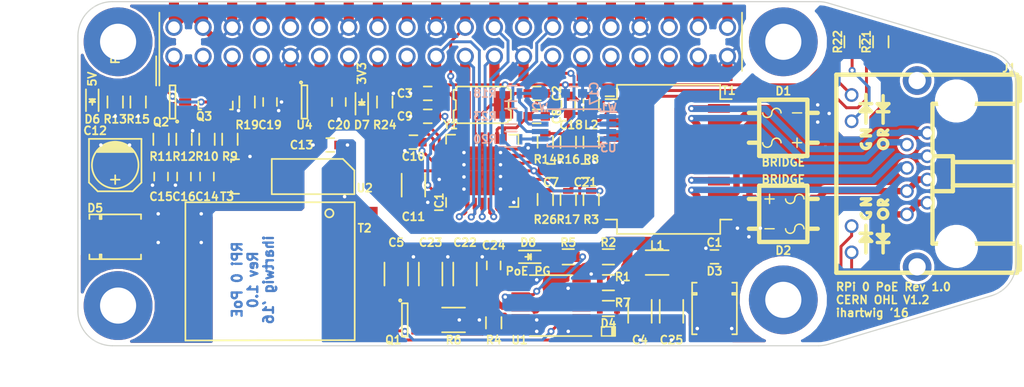
<source format=kicad_pcb>
(kicad_pcb (version 4) (host pcbnew 4.0.2-stable)
  (title_block (title "Raspberry Pi Hat Template") (date 2015-12-24) (rev 0.1) (company OpenFet) (comment 1 "Author: Julien") (comment 2 "License: CERN OHL V1.2"))
  (layers (0 F.Cu signal) (31 B.Cu signal) (34 B.Paste user) (35 F.Paste user) (36 B.SilkS user) (37 F.SilkS user) (38 B.Mask user) (39 F.Mask user) (44 Edge.Cuts user))
  (net 0 "")
  (net 1 GND)
  (net 2 GNDPWR)
  (net 3 +3V3)
  (net 4 "Net-(C11-Pad2)")
  (net 5 +5V)
  (net 6 "Net-(C14-Pad2)")
  (net 7 /DATA_PAIR_2)
  (net 8 /DATA_PAIR_1)
  (net 9 /SPARE_PAIR_2)
  (net 10 /SPARE_PAIR_1)
  (net 11 "Net-(D4-Pad1)")
  (net 12 "Net-(D5-Pad2)")
  (net 13 /TPIN-)
  (net 14 /TPIN+)
  (net 15 "Net-(IC1-Pad10)")
  (net 16 /TPOUT-)
  (net 17 /TPOUT+)
  (net 18 "Net-(IC1-Pad6)")
  (net 19 "Net-(Q1-Pad3)")
  (net 20 "Net-(R1-Pad1)")
  (net 21 "Net-(C18-Pad2)")
  (net 22 "Net-(C21-Pad1)")
  (net 23 /RPI_3V3_2)
  (net 24 /RPI_VBUS)
  (net 25 "Net-(D6-Pad1)")
  (net 26 "Net-(D7-Pad1)")
  (net 27 /GPIO9_MISO)
  (net 28 /GPIO10_MOSI)
  (net 29 /GPIO11_SCLK)
  (net 30 /GPIO8_CE0#)
  (net 31 /RPI_3V3_1)
  (net 32 /GPIO1_SDA1)
  (net 33 /GPIO3_SCL1)
  (net 34 /GPIO4)
  (net 35 /GPIO14_TXD0)
  (net 36 /GPIO15_RXD0)
  (net 37 /GPIO17)
  (net 38 /GPIO18)
  (net 39 /GPIO27)
  (net 40 /GPIO22)
  (net 41 /GPIO23)
  (net 42 /GPIO24)
  (net 43 /GPIO25)
  (net 44 /GPIO7_CE1#)
  (net 45 /GPIO0_ID_SD)
  (net 46 /GPIO5)
  (net 47 /GPIO6)
  (net 48 /GPIO13)
  (net 49 /GPIO19)
  (net 50 /GPIO26)
  (net 51 /GPIO21_SCLK)
  (net 52 /GPIO20_MOSI)
  (net 53 /GPIO16_CE2#)
  (net 54 /GPIO12)
  (net 55 /GPIO1_ID_SC)
  (net 56 "Net-(Q2-Pad4)")
  (net 57 "Net-(Q2-Pad5)")
  (net 58 "Net-(H1-Pad1)")
  (net 59 "Net-(H2-Pad1)")
  (net 60 "Net-(H3-Pad1)")
  (net 61 "Net-(H4-Pad1)")
  (net 62 "Net-(IC1-Pad1)")
  (net 63 "Net-(IC1-Pad27)")
  (net 64 "Net-(R18-Pad2)")
  (net 65 "Net-(T1-Pad7)")
  (net 66 /POE_VPORTN)
  (net 67 /PHY_OSC1)
  (net 68 /PHY_OSC2)
  (net 69 /POE_PVCC)
  (net 70 /POE_VPORTP)
  (net 71 /POE_FB_K)
  (net 72 /POE_RUN)
  (net 73 /LEDB_K)
  (net 74 /LEDA_K)
  (net 75 /TPIN_T+)
  (net 76 /TPOUT_T+)
  (net 77 /TPOUT_T-)
  (net 78 /TPIN_T-)
  (net 79 /LEDB_A)
  (net 80 /LEDA_A)
  (net 81 /POE_SW_D)
  (net 82 /POW_SW_S)
  (net 83 /POE_SW_SENSE)
  (net 84 /POE_FB_A)
  (net 85 /POE_FB_DIV)
  (net 86 /~POE_PWRGD)
  (net 87 /POE_VPORTP_L)
  (net 88 "Net-(D8-Pad1)")
  (module project_foot:PoE_TRANS (layer F.Cu) (at 122.85 101.2 90)
    (fp_text reference T2 (at 3.75 8.25 180) (layer F.SilkS) (effects (font (size 0.7 0.7))))
    (fp_text value TRANSFO)
    (pad 6 smd rect (at -5 -7.88 90) (size 1.22 3) (layers F.Cu F.Paste F.Mask))
    (pad 5 smd rect (at -5 7.88 90) (size 1.22 3) (layers F.Cu F.Paste F.Mask))
    (pad 7 smd rect (at -2.5 -7.88 90) (size 1.22 3) (layers F.Cu F.Paste F.Mask) (net 12 "Net-(D5-Pad2)"))
    (pad 4 smd rect (at -2.5 7.88 90) (size 1.22 3) (layers F.Cu F.Paste F.Mask) (net 81 /POE_SW_D))
    (pad 8 smd rect (at 0 -7.88 90) (size 1.22 3) (layers F.Cu F.Paste F.Mask) (net 12 "Net-(D5-Pad2)"))
    (pad 3 smd rect (at 0 7.88 90) (size 1.22 3) (layers F.Cu F.Paste F.Mask) (net 70 /POE_VPORTP))
    (pad 9 smd rect (at 2.5 -7.88 90) (size 1.22 3) (layers F.Cu F.Paste F.Mask) (net 1 GND))
    (pad 2 smd rect (at 2.5 7.88 90) (size 1.22 3) (layers F.Cu F.Paste F.Mask))
    (pad 10 smd rect (at 5 -7.88 90) (size 1.22 3) (layers F.Cu F.Paste F.Mask) (net 1 GND))
    (pad 1 smd rect (at 5 7.88 90) (size 1.22 3) (layers F.Cu F.Paste F.Mask))
  )
  (module w_conn_pc:rj45-tyco-2-406549-7 (layer F.Cu) (at 180.1 92.7 90)
    (fp_text reference J1 (at 9.21016 7.19588 360) (layer F.SilkS) (effects (font (size 0.7 0.7))))
    (fp_text value RJ45-LED hide)
    (pad 3 thru_hole circle (at 1.52146 0.05588 90) (size 1.19888 1.19888) (drill 0.8001) (layers *.Cu *.Mask) (net 75 /TPIN_T+))
    (pad 1 thru_hole circle (at 3.55092 0.05588 90) (size 1.19888 1.19888) (drill 0.8001) (layers *.Cu *.Mask) (net 76 /TPOUT_T+))
    (pad 2 thru_hole circle (at 2.53746 -1.72466 90) (size 1.19888 1.19888) (drill 0.8001) (layers *.Cu *.Mask) (net 77 /TPOUT_T-))
    (pad 4 thru_hole circle (at 0.508 -1.72466 90) (size 1.19888 1.19888) (drill 0.8001) (layers *.Cu *.Mask) (net 78 /TPIN_T-))
    (pad 5 thru_hole circle (at -0.508 0.05588 90) (size 1.19888 1.19888) (drill 0.8001) (layers *.Cu *.Mask) (net 10 /SPARE_PAIR_1))
    (pad 6 thru_hole circle (at -1.52146 -1.72466 90) (size 1.19888 1.19888) (drill 0.8001) (layers *.Cu *.Mask) (net 10 /SPARE_PAIR_1))
    (pad 7 thru_hole circle (at -2.53746 0.05588 90) (size 1.19888 1.19888) (drill 0.8001) (layers *.Cu *.Mask) (net 9 /SPARE_PAIR_2))
    (pad 8 thru_hole circle (at -3.55092 -1.72466 90) (size 1.19888 1.19888) (drill 0.8001) (layers *.Cu *.Mask) (net 9 /SPARE_PAIR_2))
    (pad "" thru_hole circle (at -8.12038 -0.83312 90) (size 2.49936 2.49936) (drill 1.50114) (layers *.Cu *.Mask))
    (pad "" thru_hole circle (at 8.12038 -0.83312 90) (size 2.49936 2.49936) (drill 1.50114) (layers *.Cu *.Mask))
    (pad "" np_thru_hole circle (at -6.33984 2.59588 90) (size 3.2512 3.2512) (drill 3.2512) (layers *.Cu))
    (pad "" np_thru_hole circle (at 6.33984 2.59588 90) (size 3.2512 3.2512) (drill 3.2512) (layers *.Cu))
    (pad 12 thru_hole circle (at -6.86054 -6.54304 90) (size 1.19888 1.19888) (drill 0.8001) (layers *.Cu *.Mask) (net 79 /LEDB_A))
    (pad 11 thru_hole circle (at -4.56946 -6.54304 90) (size 1.19888 1.19888) (drill 0.8001) (layers *.Cu *.Mask) (net 73 /LEDB_K))
    (pad 10 thru_hole circle (at 4.56946 -6.54304 90) (size 1.19888 1.19888) (drill 0.8001) (layers *.Cu *.Mask) (net 80 /LEDA_A))
    (pad 9 thru_hole circle (at 6.86054 -6.54304 90) (size 1.19888 1.19888) (drill 0.8001) (layers *.Cu *.Mask) (net 74 /LEDA_K))
  )
  (module w_crystal:crystal_smd_5x3.2mm (layer F.Cu) (at 141.35 86.7 180)
    (fp_text reference Y1 (at 2.75 -1.75 180) (layer F.SilkS) (effects (font (size 0.7 0.7))))
    (fp_text value 25Mhz hide)
    (pad 1 smd rect (at -1.85 0 180) (size 1.7 2.4) (layers F.Cu F.Paste F.Mask) (net 67 /PHY_OSC1))
    (pad 2 smd rect (at 1.85 0 180) (size 1.7 2.4) (layers F.Cu F.Paste F.Mask) (net 68 /PHY_OSC2))
  )
  (module project_foot:OPTO_ISO (layer F.Cu) (at 126.6 92.95 270)
    (fp_text reference U2 (at 1 -4.5 360) (layer F.SilkS) (effects (font (size 0.7 0.7))))
    (fp_text value PAS291)
    (pad 4 smd rect (at -0.635 -2.35 270) (size 0.8 1.5) (layers F.Cu F.Paste F.Mask) (net 72 /POE_RUN))
    (pad 1 smd rect (at -0.635 2.35 270) (size 0.8 1.5) (layers F.Cu F.Paste F.Mask) (net 84 /POE_FB_A))
    (pad 3 smd rect (at 0.635 -2.35 270) (size 0.8 1.5) (layers F.Cu F.Paste F.Mask) (net 2 GNDPWR))
    (pad 2 smd rect (at 0.635 2.35 270) (size 0.8 1.5) (layers F.Cu F.Paste F.Mask) (net 71 /POE_FB_K))
  )
  (module Capacitors_SMD:C_0603 (layer F.Cu) (at 161.6 99.95 180)
    (fp_text reference C1 (at 0 1.25 180) (layer F.SilkS) (effects (font (size 0.7 0.7))))
    (fp_text value "0.1uf 100V")
    (pad 1 smd rect (at -0.75 0 180) (size 0.8 0.75) (layers F.Cu F.Paste F.Mask) (net 87 /POE_VPORTP_L))
    (pad 2 smd rect (at 0.75 0 180) (size 0.8 0.75) (layers F.Cu F.Paste F.Mask) (net 66 /POE_VPORTN))
  )
  (module Capacitors_SMD:C_0603 (layer F.Cu) (at 146.1 85.7 180)
    (fp_text reference C2 (at -1.75 0 270) (layer F.SilkS) (effects (font (size 0.7 0.7))))
    (fp_text value 16pf)
    (pad 1 smd rect (at -0.75 0 180) (size 0.8 0.75) (layers F.Cu F.Paste F.Mask) (net 1 GND))
    (pad 2 smd rect (at 0.75 0 180) (size 0.8 0.75) (layers F.Cu F.Paste F.Mask) (net 67 /PHY_OSC1))
  )
  (module Capacitors_SMD:C_0603 (layer F.Cu) (at 136.6 85.7)
    (fp_text reference C3 (at -2 0) (layer F.SilkS) (effects (font (size 0.7 0.7))))
    (fp_text value 16pf)
    (pad 1 smd rect (at -0.75 0) (size 0.8 0.75) (layers F.Cu F.Paste F.Mask) (net 1 GND))
    (pad 2 smd rect (at 0.75 0) (size 0.8 0.75) (layers F.Cu F.Paste F.Mask) (net 68 /PHY_OSC2))
  )
  (module Capacitors_SMD:C_1206 (layer F.Cu) (at 133.85 101.45 90)
    (fp_text reference C5 (at 2.75 0 180) (layer F.SilkS) (effects (font (size 0.7 0.7))))
    (fp_text value "2.2uF 100V")
    (pad 1 smd rect (at -1.5 0 90) (size 1 1.6) (layers F.Cu F.Paste F.Mask) (net 70 /POE_VPORTP))
    (pad 2 smd rect (at 1.5 0 90) (size 1 1.6) (layers F.Cu F.Paste F.Mask) (net 2 GNDPWR))
  )
  (module Capacitors_SMD:C_0603 (layer F.Cu) (at 147.35 92.45)
    (fp_text reference C7 (at 0 1 180) (layer F.SilkS) (effects (font (size 0.7 0.7))))
    (fp_text value 0.1uf)
    (pad 1 smd rect (at -0.75 0) (size 0.8 0.75) (layers F.Cu F.Paste F.Mask) (net 3 +3V3))
    (pad 2 smd rect (at 0.75 0) (size 0.8 0.75) (layers F.Cu F.Paste F.Mask) (net 1 GND))
  )
  (module Capacitors_SMD:C_0603 (layer F.Cu) (at 146.1 87.7)
    (fp_text reference C8 (at 1.75 0 90) (layer F.SilkS) (effects (font (size 0.7 0.7))))
    (fp_text value 0.1uf)
    (pad 1 smd rect (at -0.75 0) (size 0.8 0.75) (layers F.Cu F.Paste F.Mask) (net 3 +3V3))
    (pad 2 smd rect (at 0.75 0) (size 0.8 0.75) (layers F.Cu F.Paste F.Mask) (net 1 GND))
  )
  (module Capacitors_SMD:C_0603 (layer F.Cu) (at 136.6 87.7 180)
    (fp_text reference C9 (at 2 0 180) (layer F.SilkS) (effects (font (size 0.7 0.7))))
    (fp_text value 0.1uf)
    (pad 1 smd rect (at -0.75 0 180) (size 0.8 0.75) (layers F.Cu F.Paste F.Mask) (net 3 +3V3))
    (pad 2 smd rect (at 0.75 0 180) (size 0.8 0.75) (layers F.Cu F.Paste F.Mask) (net 1 GND))
  )
  (module Capacitors_SMD:C_0603 (layer F.Cu) (at 135.35 89.95 180)
    (fp_text reference C10 (at 0 -1.25 180) (layer F.SilkS) (effects (font (size 0.7 0.7))))
    (fp_text value 0.1uf)
    (pad 1 smd rect (at -0.75 0 180) (size 0.8 0.75) (layers F.Cu F.Paste F.Mask) (net 3 +3V3))
    (pad 2 smd rect (at 0.75 0 180) (size 0.8 0.75) (layers F.Cu F.Paste F.Mask) (net 1 GND))
  )
  (module Capacitors_SMD:c_elec_4x4.5 (layer F.Cu) (at 109.35 91.95 270)
    (fp_text reference C12 (at -3 1.75 360) (layer F.SilkS) (effects (font (size 0.7 0.7))))
    (fp_text value 470uF)
    (pad 1 smd rect (at 1.80086 0 270) (size 2.60096 1.6002) (layers F.Cu F.Paste F.Mask) (net 5 +5V))
    (pad 2 smd rect (at -1.80086 0 270) (size 2.60096 1.6002) (layers F.Cu F.Paste F.Mask) (net 1 GND))
  )
  (module Capacitors_SMD:C_0603 (layer F.Cu) (at 128.1 90.2)
    (fp_text reference C13 (at -2.5 0) (layer F.SilkS) (effects (font (size 0.7 0.7))))
    (fp_text value 2nf)
    (pad 1 smd rect (at -0.75 0) (size 0.8 0.75) (layers F.Cu F.Paste F.Mask) (net 1 GND))
    (pad 2 smd rect (at 0.75 0) (size 0.8 0.75) (layers F.Cu F.Paste F.Mask) (net 2 GNDPWR))
  )
  (module Capacitors_SMD:C_0603 (layer F.Cu) (at 117.35 92.95 90)
    (fp_text reference C14 (at -1.75 0 180) (layer F.SilkS) (effects (font (size 0.7 0.7))))
    (fp_text value 6.8nf)
    (pad 1 smd rect (at -0.75 0 90) (size 0.8 0.75) (layers F.Cu F.Paste F.Mask) (net 71 /POE_FB_K))
    (pad 2 smd rect (at 0.75 0 90) (size 0.8 0.75) (layers F.Cu F.Paste F.Mask) (net 6 "Net-(C14-Pad2)"))
  )
  (module Capacitors_SMD:C_0603 (layer F.Cu) (at 113.35 92.95 270)
    (fp_text reference C15 (at 1.75 0 360) (layer F.SilkS) (effects (font (size 0.7 0.7))))
    (fp_text value 0.1uF)
    (pad 1 smd rect (at -0.75 0 270) (size 0.8 0.75) (layers F.Cu F.Paste F.Mask) (net 5 +5V))
    (pad 2 smd rect (at 0.75 0 270) (size 0.8 0.75) (layers F.Cu F.Paste F.Mask) (net 1 GND))
  )
  (module Capacitors_SMD:C_0603 (layer F.Cu) (at 115.35 92.95 270)
    (fp_text reference C16 (at 1.75 0 360) (layer F.SilkS) (effects (font (size 0.7 0.7))))
    (fp_text value 0.1uF)
    (pad 1 smd rect (at -0.75 0 270) (size 0.8 0.75) (layers F.Cu F.Paste F.Mask) (net 5 +5V))
    (pad 2 smd rect (at 0.75 0 270) (size 0.8 0.75) (layers F.Cu F.Paste F.Mask) (net 1 GND))
  )
  (module Capacitors_SMD:C_0603 (layer B.Cu) (at 149.35 85.7)
    (fp_text reference C17 (at 1.75 0 90) (layer B.SilkS) (effects (font (size 0.7 0.7)) (justify mirror)))
    (fp_text value dnp-100n)
    (pad 1 smd rect (at -0.75 0) (size 0.8 0.75) (layers B.Cu B.Paste B.Mask) (net 3 +3V3))
    (pad 2 smd rect (at 0.75 0) (size 0.8 0.75) (layers B.Cu B.Paste B.Mask) (net 1 GND))
  )
  (module Capacitors_SMD:C_0603 (layer F.Cu) (at 148.85 86.7 270)
    (fp_text reference C18 (at 1.75 -0.25 360) (layer F.SilkS) (effects (font (size 0.7 0.7))))
    (fp_text value 0.1uf)
    (pad 1 smd rect (at -0.75 0 270) (size 0.8 0.75) (layers F.Cu F.Paste F.Mask) (net 1 GND))
    (pad 2 smd rect (at 0.75 0 270) (size 0.8 0.75) (layers F.Cu F.Paste F.Mask) (net 21 "Net-(C18-Pad2)"))
  )
  (module Capacitors_SMD:C_0603 (layer F.Cu) (at 122.85 86.45 270)
    (fp_text reference C19 (at 2 0 360) (layer F.SilkS) (effects (font (size 0.7 0.7))))
    (fp_text value 1uF)
    (pad 1 smd rect (at -0.75 0 270) (size 0.8 0.75) (layers F.Cu F.Paste F.Mask) (net 24 /RPI_VBUS))
    (pad 2 smd rect (at 0.75 0 270) (size 0.8 0.75) (layers F.Cu F.Paste F.Mask) (net 1 GND))
  )
  (module Capacitors_SMD:C_0603 (layer F.Cu) (at 128.85 86.45 270)
    (fp_text reference C20 (at 2 0 360) (layer F.SilkS) (effects (font (size 0.7 0.7))))
    (fp_text value 1uF)
    (pad 1 smd rect (at -0.75 0 270) (size 0.8 0.75) (layers F.Cu F.Paste F.Mask) (net 3 +3V3))
    (pad 2 smd rect (at 0.75 0 270) (size 0.8 0.75) (layers F.Cu F.Paste F.Mask) (net 1 GND))
  )
  (module Capacitors_SMD:C_0603 (layer F.Cu) (at 150.35 92.45)
    (fp_text reference C21 (at 0 1) (layer F.SilkS) (effects (font (size 0.7 0.7))))
    (fp_text value 0.1uf)
    (pad 1 smd rect (at -0.75 0) (size 0.8 0.75) (layers F.Cu F.Paste F.Mask) (net 22 "Net-(C21-Pad1)"))
    (pad 2 smd rect (at 0.75 0) (size 0.8 0.75) (layers F.Cu F.Paste F.Mask) (net 1 GND))
  )
  (module pizero-poe-special:MBS (layer F.Cu) (at 167.6 88.7)
    (fp_text reference D1 (at 0 -3.2004) (layer F.SilkS) (effects (font (size 0.7 0.7))))
    (fp_text value BRIDGE (at 0 3) (layer F.SilkS) (effects (font (size 0.7 0.7))))
    (pad 2 smd rect (at -2.94894 -1.27) (size 1.19888 0.8001) (layers F.Cu F.Paste F.Mask) (net 7 /DATA_PAIR_2))
    (pad 3 smd rect (at -2.9464 1.27) (size 1.19888 0.8001) (layers F.Cu F.Paste F.Mask) (net 8 /DATA_PAIR_1))
    (pad 1 smd rect (at 2.94894 1.27) (size 1.19888 0.8001) (layers F.Cu F.Paste F.Mask) (net 87 /POE_VPORTP_L))
    (pad 4 smd rect (at 2.9464 -1.27) (size 1.19888 0.8001) (layers F.Cu F.Paste F.Mask) (net 66 /POE_VPORTN))
  )
  (module pizero-poe-special:MBS (layer F.Cu) (at 167.6 96.2 180)
    (fp_text reference D2 (at 0 -3.2004 180) (layer F.SilkS) (effects (font (size 0.7 0.7))))
    (fp_text value BRIDGE (at 0 3 180) (layer F.SilkS) (effects (font (size 0.7 0.7))))
    (pad 2 smd rect (at -2.94894 -1.27 180) (size 1.19888 0.8001) (layers F.Cu F.Paste F.Mask) (net 9 /SPARE_PAIR_2))
    (pad 3 smd rect (at -2.9464 1.27 180) (size 1.19888 0.8001) (layers F.Cu F.Paste F.Mask) (net 10 /SPARE_PAIR_1))
    (pad 1 smd rect (at 2.94894 1.27 180) (size 1.19888 0.8001) (layers F.Cu F.Paste F.Mask) (net 87 /POE_VPORTP_L))
    (pad 4 smd rect (at 2.9464 -1.27 180) (size 1.19888 0.8001) (layers F.Cu F.Paste F.Mask) (net 66 /POE_VPORTN))
  )
  (module pizero-poe-special:sod523 (layer F.Cu) (at 152.35 106.45)
    (fp_text reference D4 (at 0 -0.70104) (layer F.SilkS) (effects (font (size 0.7 0.7))))
    (fp_text value BAS516 hide)
    (pad 2 smd rect (at 0.8509 0) (size 0.59944 0.8001) (layers F.Cu F.Paste F.Mask) (net 72 /POE_RUN))
    (pad 1 smd rect (at -0.8509 0) (size 0.59944 0.8001) (layers F.Cu F.Paste F.Mask) (net 11 "Net-(D4-Pad1)"))
  )
  (module LEDs:LED_0603 (layer F.Cu) (at 107.35 86.45 270)
    (fp_text reference D6 (at 1.5 0 360) (layer F.SilkS) (effects (font (size 0.7 0.7))))
    (fp_text value "LED Green")
    (pad 2 smd rect (at 0.7493 0 90) (size 0.79756 0.79756) (layers F.Cu F.Paste F.Mask) (net 5 +5V))
    (pad 1 smd rect (at -0.7493 0 90) (size 0.79756 0.79756) (layers F.Cu F.Paste F.Mask) (net 25 "Net-(D6-Pad1)"))
  )
  (module LEDs:LED_0603 (layer F.Cu) (at 130.85 86.45 90)
    (fp_text reference D7 (at -2 0 180) (layer F.SilkS) (effects (font (size 0.7 0.7))))
    (fp_text value "LED Green")
    (pad 2 smd rect (at 0.7493 0 270) (size 0.79756 0.79756) (layers F.Cu F.Paste F.Mask) (net 3 +3V3))
    (pad 1 smd rect (at -0.7493 0 270) (size 0.79756 0.79756) (layers F.Cu F.Paste F.Mask) (net 26 "Net-(D7-Pad1)"))
  )
  (module pizero-poe-special:hole-m3 (layer F.Cu) (at 109.6 104.2)
    (fp_text reference H1 hide)
    (fp_text value hole-metalized-no4 hide)
    (pad 1 thru_hole circle (at 0 0) (size 6 6) (drill 3.15) (layers *.Cu *.Mask) (net 58 "Net-(H1-Pad1)"))
  )
  (module pizero-poe-special:hole-m3 (layer F.Cu) (at 109.6 81.2)
    (fp_text reference H2 hide)
    (fp_text value hole-metalized-no4 hide)
    (pad 1 thru_hole circle (at 0 0) (size 6 6) (drill 3.15) (layers *.Cu *.Mask) (net 59 "Net-(H2-Pad1)"))
  )
  (module pizero-poe-special:hole-m3 (layer F.Cu) (at 167.6 103.7)
    (fp_text reference H3 hide)
    (fp_text value hole-metalized-no4 hide)
    (pad 1 thru_hole circle (at 0 0) (size 6 6) (drill 3.15) (layers *.Cu *.Mask) (net 60 "Net-(H3-Pad1)") (clearance 0.8))
  )
  (module pizero-poe-special:hole-m3 (layer F.Cu) (at 167.6 81.2)
    (fp_text reference H4 hide)
    (fp_text value hole-metalized-no4 hide)
    (pad 1 thru_hole circle (at 0 0) (size 6 6) (drill 3.15) (layers *.Cu *.Mask) (net 61 "Net-(H4-Pad1)") (clearance 0.8))
  )
  (module Housings_DFN_QFN:QFN-28-1EP_6x6mm_Pitch0.65mm (layer F.Cu) (at 141.35 92.45 90)
    (fp_text reference IC1 (at -2.75 -3.75 90) (layer F.SilkS) (effects (font (size 0.7 0.7))))
    (fp_text value ENC28J60-I/ML)
    (pad 1 smd rect (at -2.85 -1.95 90) (size 1 0.37) (layers F.Cu F.Paste F.Mask) (net 62 "Net-(IC1-Pad1)"))
    (pad 2 smd rect (at -2.85 -1.3 90) (size 1 0.37) (layers F.Cu F.Paste F.Mask) (net 27 /GPIO9_MISO))
    (pad 3 smd rect (at -2.85 -0.65 90) (size 1 0.37) (layers F.Cu F.Paste F.Mask) (net 28 /GPIO10_MOSI))
    (pad 4 smd rect (at -2.85 0 90) (size 1 0.37) (layers F.Cu F.Paste F.Mask) (net 29 /GPIO11_SCLK))
    (pad 5 smd rect (at -2.85 0.65 90) (size 1 0.37) (layers F.Cu F.Paste F.Mask) (net 30 /GPIO8_CE0#))
    (pad 6 smd rect (at -2.85 1.3 90) (size 1 0.37) (layers F.Cu F.Paste F.Mask) (net 18 "Net-(IC1-Pad6)"))
    (pad 7 smd rect (at -2.85 1.95 90) (size 1 0.37) (layers F.Cu F.Paste F.Mask) (net 1 GND))
    (pad 8 smd rect (at -1.95 2.85 180) (size 1 0.37) (layers F.Cu F.Paste F.Mask) (net 13 /TPIN-))
    (pad 9 smd rect (at -1.3 2.85 180) (size 1 0.37) (layers F.Cu F.Paste F.Mask) (net 14 /TPIN+))
    (pad 10 smd rect (at -0.65 2.85 180) (size 1 0.37) (layers F.Cu F.Paste F.Mask) (net 15 "Net-(IC1-Pad10)"))
    (pad 11 smd rect (at 0 2.85 180) (size 1 0.37) (layers F.Cu F.Paste F.Mask) (net 3 +3V3))
    (pad 12 smd rect (at 0.65 2.85 180) (size 1 0.37) (layers F.Cu F.Paste F.Mask) (net 16 /TPOUT-))
    (pad 13 smd rect (at 1.3 2.85 180) (size 1 0.37) (layers F.Cu F.Paste F.Mask) (net 17 /TPOUT+))
    (pad 14 smd rect (at 1.95 2.85 180) (size 1 0.37) (layers F.Cu F.Paste F.Mask) (net 1 GND))
    (pad 15 smd rect (at 2.85 1.95 90) (size 1 0.37) (layers F.Cu F.Paste F.Mask) (net 3 +3V3))
    (pad 16 smd rect (at 2.85 1.3 90) (size 1 0.37) (layers F.Cu F.Paste F.Mask) (net 3 +3V3))
    (pad 17 smd rect (at 2.85 0.65 90) (size 1 0.37) (layers F.Cu F.Paste F.Mask) (net 1 GND))
    (pad 18 smd rect (at 2.85 0 90) (size 1 0.37) (layers F.Cu F.Paste F.Mask) (net 1 GND))
    (pad 19 smd rect (at 2.85 -0.65 90) (size 1 0.37) (layers F.Cu F.Paste F.Mask) (net 67 /PHY_OSC1))
    (pad 20 smd rect (at 2.85 -1.3 90) (size 1 0.37) (layers F.Cu F.Paste F.Mask) (net 68 /PHY_OSC2))
    (pad 21 smd rect (at 2.85 -1.95 90) (size 1 0.37) (layers F.Cu F.Paste F.Mask) (net 3 +3V3))
    (pad 22 smd rect (at 1.95 -2.85 180) (size 1 0.37) (layers F.Cu F.Paste F.Mask) (net 73 /LEDB_K))
    (pad 23 smd rect (at 1.3 -2.85 180) (size 1 0.37) (layers F.Cu F.Paste F.Mask) (net 74 /LEDA_K))
    (pad 24 smd rect (at 0.65 -2.85 180) (size 1 0.37) (layers F.Cu F.Paste F.Mask) (net 3 +3V3))
    (pad 25 smd rect (at 0 -2.85 180) (size 1 0.37) (layers F.Cu F.Paste F.Mask) (net 4 "Net-(C11-Pad2)"))
    (pad 26 smd rect (at -0.65 -2.85 180) (size 1 0.37) (layers F.Cu F.Paste F.Mask) (net 1 GND))
    (pad 27 smd rect (at -1.3 -2.85 180) (size 1 0.37) (layers F.Cu F.Paste F.Mask) (net 63 "Net-(IC1-Pad27)"))
    (pad 28 smd rect (at -1.95 -2.85 180) (size 1 0.37) (layers F.Cu F.Paste F.Mask) (net 43 /GPIO25))
    (pad 29 smd rect (at 1.59375 1.59375 90) (size 1.0625 1.0625) (layers F.Cu F.Paste F.Mask) (net 1 GND))
    (pad 29 smd rect (at 1.59375 0.53125 90) (size 1.0625 1.0625) (layers F.Cu F.Paste F.Mask) (net 1 GND))
    (pad 29 smd rect (at 1.59375 -0.53125 90) (size 1.0625 1.0625) (layers F.Cu F.Paste F.Mask) (net 1 GND))
    (pad 29 smd rect (at 1.59375 -1.59375 90) (size 1.0625 1.0625) (layers F.Cu F.Paste F.Mask) (net 1 GND))
    (pad 29 smd rect (at 0.53125 1.59375 90) (size 1.0625 1.0625) (layers F.Cu F.Paste F.Mask) (net 1 GND))
    (pad 29 smd rect (at 0.53125 0.53125 90) (size 1.0625 1.0625) (layers F.Cu F.Paste F.Mask) (net 1 GND))
    (pad 29 smd rect (at 0.53125 -0.53125 90) (size 1.0625 1.0625) (layers F.Cu F.Paste F.Mask) (net 1 GND))
    (pad 29 smd rect (at 0.53125 -1.59375 90) (size 1.0625 1.0625) (layers F.Cu F.Paste F.Mask) (net 1 GND))
    (pad 29 smd rect (at -0.53125 1.59375 90) (size 1.0625 1.0625) (layers F.Cu F.Paste F.Mask) (net 1 GND))
    (pad 29 smd rect (at -0.53125 0.53125 90) (size 1.0625 1.0625) (layers F.Cu F.Paste F.Mask) (net 1 GND))
    (pad 29 smd rect (at -0.53125 -0.53125 90) (size 1.0625 1.0625) (layers F.Cu F.Paste F.Mask) (net 1 GND))
    (pad 29 smd rect (at -0.53125 -1.59375 90) (size 1.0625 1.0625) (layers F.Cu F.Paste F.Mask) (net 1 GND))
    (pad 29 smd rect (at -1.59375 1.59375 90) (size 1.0625 1.0625) (layers F.Cu F.Paste F.Mask) (net 1 GND))
    (pad 29 smd rect (at -1.59375 0.53125 90) (size 1.0625 1.0625) (layers F.Cu F.Paste F.Mask) (net 1 GND))
    (pad 29 smd rect (at -1.59375 -0.53125 90) (size 1.0625 1.0625) (layers F.Cu F.Paste F.Mask) (net 1 GND))
    (pad 29 smd rect (at -1.59375 -1.59375 90) (size 1.0625 1.0625) (layers F.Cu F.Paste F.Mask) (net 1 GND))
  )
  (module Resistors_SMD:R_1206 (layer F.Cu) (at 156.6 100.45 180)
    (fp_text reference L1 (at 0 1.5 360) (layer F.SilkS) (effects (font (size 0.7 0.7))))
    (fp_text value 2.2uH)
    (pad 1 smd rect (at -1.45 0 180) (size 0.9 1.7) (layers F.Cu F.Paste F.Mask) (net 87 /POE_VPORTP_L))
    (pad 2 smd rect (at 1.45 0 180) (size 0.9 1.7) (layers F.Cu F.Paste F.Mask) (net 70 /POE_VPORTP))
  )
  (module Resistors_SMD:R_0603 (layer F.Cu) (at 150.85 86.7 90)
    (fp_text reference L2 (at -1.75 0 180) (layer F.SilkS) (effects (font (size 0.7 0.7))))
    (fp_text value BEAD)
    (pad 1 smd rect (at -0.75 0 90) (size 0.5 0.9) (layers F.Cu F.Paste F.Mask) (net 21 "Net-(C18-Pad2)"))
    (pad 2 smd rect (at 0.75 0 90) (size 0.5 0.9) (layers F.Cu F.Paste F.Mask) (net 3 +3V3))
  )
  (module TO_SOT_Packages_SMD:SOT-23-6 (layer F.Cu) (at 134.6 105.45)
    (fp_text reference Q1 (at -1 1.75) (layer F.SilkS) (effects (font (size 0.7 0.7))))
    (fp_text value SI3440DV)
    (pad 1 smd rect (at -1.1 -0.95) (size 1.06 0.65) (layers F.Cu F.Paste F.Mask) (net 81 /POE_SW_D))
    (pad 2 smd rect (at -1.1 0) (size 1.06 0.65) (layers F.Cu F.Paste F.Mask) (net 81 /POE_SW_D))
    (pad 3 smd rect (at -1.1 0.95) (size 1.06 0.65) (layers F.Cu F.Paste F.Mask) (net 19 "Net-(Q1-Pad3)"))
    (pad 4 smd rect (at 1.1 0.95) (size 1.06 0.65) (layers F.Cu F.Paste F.Mask) (net 82 /POW_SW_S))
    (pad 6 smd rect (at 1.1 -0.95) (size 1.06 0.65) (layers F.Cu F.Paste F.Mask) (net 81 /POE_SW_D))
    (pad 5 smd rect (at 1.1 0) (size 1.06 0.65) (layers F.Cu F.Paste F.Mask) (net 81 /POE_SW_D))
  )
  (module TO_SOT_Packages_SMD:SOT-23-6 (layer F.Cu) (at 114.35 86.45 180)
    (fp_text reference Q2 (at 1 -1.75 180) (layer F.SilkS) (effects (font (size 0.7 0.7))))
    (fp_text value DMMT3906_Dual_PNP)
    (pad 1 smd rect (at -1.1 -0.95 180) (size 1.06 0.65) (layers F.Cu F.Paste F.Mask) (net 5 +5V))
    (pad 2 smd rect (at -1.1 0 180) (size 1.06 0.65) (layers F.Cu F.Paste F.Mask))
    (pad 3 smd rect (at -1.1 0.95 180) (size 1.06 0.65) (layers F.Cu F.Paste F.Mask) (net 24 /RPI_VBUS))
    (pad 4 smd rect (at 1.1 0.95 180) (size 1.06 0.65) (layers F.Cu F.Paste F.Mask) (net 56 "Net-(Q2-Pad4)"))
    (pad 6 smd rect (at 1.1 -0.95 180) (size 1.06 0.65) (layers F.Cu F.Paste F.Mask) (net 57 "Net-(Q2-Pad5)"))
    (pad 5 smd rect (at 1.1 0 180) (size 1.06 0.65) (layers F.Cu F.Paste F.Mask) (net 57 "Net-(Q2-Pad5)"))
  )
  (module TO_SOT_Packages_SMD:SOT-23 (layer F.Cu) (at 118.1 86.45 180)
    (fp_text reference Q3 (at 1 -1.25 180) (layer F.SilkS) (effects (font (size 0.7 0.7))))
    (fp_text value Q_PMOS_GSD)
    (pad 1 smd rect (at -0.95 1.00076 180) (size 0.8001 0.8001) (layers F.Cu F.Paste F.Mask) (net 56 "Net-(Q2-Pad4)"))
    (pad 2 smd rect (at 0.95 1.00076 180) (size 0.8001 0.8001) (layers F.Cu F.Paste F.Mask) (net 24 /RPI_VBUS))
    (pad 3 smd rect (at 0 -0.99822 180) (size 0.8001 0.8001) (layers F.Cu F.Paste F.Mask) (net 5 +5V))
  )
  (module Resistors_SMD:R_0603 (layer F.Cu) (at 152.35 102.2)
    (fp_text reference R1 (at 1.25 -0.5) (layer F.SilkS) (effects (font (size 0.7 0.7))))
    (fp_text value DNP)
    (pad 1 smd rect (at -0.75 0) (size 0.5 0.9) (layers F.Cu F.Paste F.Mask) (net 20 "Net-(R1-Pad1)"))
    (pad 2 smd rect (at 0.75 0) (size 0.5 0.9) (layers F.Cu F.Paste F.Mask) (net 66 /POE_VPORTN))
  )
  (module Resistors_SMD:R_0603 (layer F.Cu) (at 152.35 99.95)
    (fp_text reference R2 (at 0 -1.25) (layer F.SilkS) (effects (font (size 0.7 0.7))))
    (fp_text value 10k)
    (pad 1 smd rect (at -0.75 0) (size 0.5 0.9) (layers F.Cu F.Paste F.Mask) (net 70 /POE_VPORTP))
    (pad 2 smd rect (at 0.75 0) (size 0.5 0.9) (layers F.Cu F.Paste F.Mask) (net 69 /POE_PVCC))
  )
  (module Resistors_SMD:R_0603 (layer F.Cu) (at 150.85 94.95 90)
    (fp_text reference R3 (at -1.75 0 180) (layer F.SilkS) (effects (font (size 0.7 0.7))))
    (fp_text value 1k)
    (pad 1 smd rect (at -0.75 0 90) (size 0.5 0.9) (layers F.Cu F.Paste F.Mask) (net 18 "Net-(IC1-Pad6)"))
    (pad 2 smd rect (at 0.75 0 90) (size 0.5 0.9) (layers F.Cu F.Paste F.Mask) (net 3 +3V3))
  )
  (module Resistors_SMD:R_0603 (layer F.Cu) (at 142.35 105.7 90)
    (fp_text reference R4 (at -1.5 0 180) (layer F.SilkS) (effects (font (size 0.7 0.7))))
    (fp_text value 10k)
    (pad 1 smd rect (at -0.75 0 90) (size 0.5 0.9) (layers F.Cu F.Paste F.Mask) (net 82 /POW_SW_S))
    (pad 2 smd rect (at 0.75 0 90) (size 0.5 0.9) (layers F.Cu F.Paste F.Mask) (net 83 /POE_SW_SENSE))
  )
  (module Resistors_SMD:R_1206 (layer F.Cu) (at 138.85 105.45)
    (fp_text reference R6 (at 0 1.75) (layer F.SilkS) (effects (font (size 0.7 0.7))))
    (fp_text value 0.05)
    (pad 1 smd rect (at -1.45 0) (size 0.9 1.7) (layers F.Cu F.Paste F.Mask) (net 82 /POW_SW_S))
    (pad 2 smd rect (at 1.45 0) (size 0.9 1.7) (layers F.Cu F.Paste F.Mask) (net 2 GNDPWR))
  )
  (module Resistors_SMD:R_0603 (layer F.Cu) (at 152.35 104.45)
    (fp_text reference R7 (at 1.25 -0.5) (layer F.SilkS) (effects (font (size 0.7 0.7))))
    (fp_text value 6.8k)
    (pad 1 smd rect (at -0.75 0) (size 0.5 0.9) (layers F.Cu F.Paste F.Mask) (net 69 /POE_PVCC))
    (pad 2 smd rect (at 0.75 0) (size 0.5 0.9) (layers F.Cu F.Paste F.Mask) (net 72 /POE_RUN))
  )
  (module Resistors_SMD:R_0603 (layer F.Cu) (at 150.85 89.95 270)
    (fp_text reference R8 (at 1.5 0 360) (layer F.SilkS) (effects (font (size 0.7 0.7))))
    (fp_text value 2.32k)
    (pad 1 smd rect (at -0.75 0 270) (size 0.5 0.9) (layers F.Cu F.Paste F.Mask) (net 1 GND))
    (pad 2 smd rect (at 0.75 0 270) (size 0.5 0.9) (layers F.Cu F.Paste F.Mask) (net 15 "Net-(IC1-Pad10)"))
  )
  (module Resistors_SMD:R_0603 (layer F.Cu) (at 119.35 89.7 270)
    (fp_text reference R9 (at 1.5 0 360) (layer F.SilkS) (effects (font (size 0.7 0.7))))
    (fp_text value 1k)
    (pad 1 smd rect (at -0.75 0 270) (size 0.5 0.9) (layers F.Cu F.Paste F.Mask) (net 5 +5V))
    (pad 2 smd rect (at 0.75 0 270) (size 0.5 0.9) (layers F.Cu F.Paste F.Mask) (net 84 /POE_FB_A))
  )
  (module Resistors_SMD:R_0603 (layer F.Cu) (at 117.35 89.7 270)
    (fp_text reference R10 (at 1.5 0 360) (layer F.SilkS) (effects (font (size 0.7 0.7))))
    (fp_text value 10k)
    (pad 1 smd rect (at -0.75 0 270) (size 0.5 0.9) (layers F.Cu F.Paste F.Mask) (net 85 /POE_FB_DIV))
    (pad 2 smd rect (at 0.75 0 270) (size 0.5 0.9) (layers F.Cu F.Paste F.Mask) (net 6 "Net-(C14-Pad2)"))
  )
  (module Resistors_SMD:R_0603 (layer F.Cu) (at 113.35 89.7 270)
    (fp_text reference R11 (at 1.5 0 360) (layer F.SilkS) (effects (font (size 0.7 0.7))))
    (fp_text value 10k)
    (pad 1 smd rect (at -0.75 0 270) (size 0.5 0.9) (layers F.Cu F.Paste F.Mask) (net 5 +5V))
    (pad 2 smd rect (at 0.75 0 270) (size 0.5 0.9) (layers F.Cu F.Paste F.Mask) (net 85 /POE_FB_DIV))
  )
  (module Resistors_SMD:R_0603 (layer F.Cu) (at 115.35 89.7 90)
    (fp_text reference R12 (at -1.5 0 180) (layer F.SilkS) (effects (font (size 0.7 0.7))))
    (fp_text value 3.3k)
    (pad 1 smd rect (at -0.75 0 90) (size 0.5 0.9) (layers F.Cu F.Paste F.Mask) (net 85 /POE_FB_DIV))
    (pad 2 smd rect (at 0.75 0 90) (size 0.5 0.9) (layers F.Cu F.Paste F.Mask) (net 1 GND))
  )
  (module Resistors_SMD:R_0603 (layer F.Cu) (at 109.35 86.45 270)
    (fp_text reference R13 (at 1.5 0 360) (layer F.SilkS) (effects (font (size 0.7 0.7))))
    (fp_text value 1k)
    (pad 1 smd rect (at -0.75 0 270) (size 0.5 0.9) (layers F.Cu F.Paste F.Mask) (net 25 "Net-(D6-Pad1)"))
    (pad 2 smd rect (at 0.75 0 270) (size 0.5 0.9) (layers F.Cu F.Paste F.Mask) (net 1 GND))
  )
  (module Resistors_SMD:R_0603 (layer F.Cu) (at 146.85 89.95 270)
    (fp_text reference R14 (at 1.5 0 540) (layer F.SilkS) (effects (font (size 0.7 0.7))))
    (fp_text value 49.9)
    (pad 1 smd rect (at -0.75 0 270) (size 0.5 0.9) (layers F.Cu F.Paste F.Mask) (net 21 "Net-(C18-Pad2)"))
    (pad 2 smd rect (at 0.75 0 270) (size 0.5 0.9) (layers F.Cu F.Paste F.Mask) (net 17 /TPOUT+))
  )
  (module Resistors_SMD:R_0603 (layer F.Cu) (at 111.35 86.45 270)
    (fp_text reference R15 (at 1.5 0 360) (layer F.SilkS) (effects (font (size 0.7 0.7))))
    (fp_text value 10k)
    (pad 1 smd rect (at -0.75 0 270) (size 0.5 0.9) (layers F.Cu F.Paste F.Mask) (net 57 "Net-(Q2-Pad5)"))
    (pad 2 smd rect (at 0.75 0 270) (size 0.5 0.9) (layers F.Cu F.Paste F.Mask) (net 1 GND))
  )
  (module Resistors_SMD:R_0603 (layer F.Cu) (at 148.85 89.95 270)
    (fp_text reference R16 (at 1.5 0 540) (layer F.SilkS) (effects (font (size 0.7 0.7))))
    (fp_text value 49.9)
    (pad 1 smd rect (at -0.75 0 270) (size 0.5 0.9) (layers F.Cu F.Paste F.Mask) (net 21 "Net-(C18-Pad2)"))
    (pad 2 smd rect (at 0.75 0 270) (size 0.5 0.9) (layers F.Cu F.Paste F.Mask) (net 16 /TPOUT-))
  )
  (module Resistors_SMD:R_0603 (layer F.Cu) (at 148.85 94.95 270)
    (fp_text reference R17 (at 1.75 0 360) (layer F.SilkS) (effects (font (size 0.7 0.7))))
    (fp_text value 49.9)
    (pad 1 smd rect (at -0.75 0 270) (size 0.5 0.9) (layers F.Cu F.Paste F.Mask) (net 22 "Net-(C21-Pad1)"))
    (pad 2 smd rect (at 0.75 0 270) (size 0.5 0.9) (layers F.Cu F.Paste F.Mask) (net 14 /TPIN+))
  )
  (module Resistors_SMD:R_0603 (layer B.Cu) (at 143.85 85.7)
    (fp_text reference R18 (at -2.25 0) (layer B.SilkS) (effects (font (size 0.7 0.7)) (justify mirror)))
    (fp_text value dnp-1k)
    (pad 1 smd rect (at -0.75 0) (size 0.5 0.9) (layers B.Cu B.Paste B.Mask) (net 3 +3V3))
    (pad 2 smd rect (at 0.75 0) (size 0.5 0.9) (layers B.Cu B.Paste B.Mask) (net 64 "Net-(R18-Pad2)"))
  )
  (module Resistors_SMD:R_0603 (layer F.Cu) (at 120.85 86.45 270)
    (fp_text reference R19 (at 2 0 360) (layer F.SilkS) (effects (font (size 0.7 0.7))))
    (fp_text value 47k)
    (pad 1 smd rect (at -0.75 0 270) (size 0.5 0.9) (layers F.Cu F.Paste F.Mask) (net 56 "Net-(Q2-Pad4)"))
    (pad 2 smd rect (at 0.75 0 270) (size 0.5 0.9) (layers F.Cu F.Paste F.Mask) (net 1 GND))
  )
  (module Resistors_SMD:R_0603 (layer B.Cu) (at 143.85 89.7)
    (fp_text reference R20 (at -2.25 0) (layer B.SilkS) (effects (font (size 0.7 0.7)) (justify mirror)))
    (fp_text value dnp-3.9k)
    (pad 1 smd rect (at -0.75 0) (size 0.5 0.9) (layers B.Cu B.Paste B.Mask) (net 3 +3V3))
    (pad 2 smd rect (at 0.75 0) (size 0.5 0.9) (layers B.Cu B.Paste B.Mask) (net 45 /GPIO0_ID_SD))
  )
  (module Resistors_SMD:R_0603 (layer F.Cu) (at 176.1 81.2 90)
    (fp_text reference R21 (at 0 -1.25 90) (layer F.SilkS) (effects (font (size 0.7 0.7))))
    (fp_text value 549)
    (pad 1 smd rect (at -0.75 0 90) (size 0.5 0.9) (layers F.Cu F.Paste F.Mask) (net 79 /LEDB_A))
    (pad 2 smd rect (at 0.75 0 90) (size 0.5 0.9) (layers F.Cu F.Paste F.Mask) (net 3 +3V3))
  )
  (module Resistors_SMD:R_0603 (layer F.Cu) (at 173.6 81.2 90)
    (fp_text reference R22 (at 0 -1.25 90) (layer F.SilkS) (effects (font (size 0.7 0.7))))
    (fp_text value 549)
    (pad 1 smd rect (at -0.75 0 90) (size 0.5 0.9) (layers F.Cu F.Paste F.Mask) (net 80 /LEDA_A))
    (pad 2 smd rect (at 0.75 0 90) (size 0.5 0.9) (layers F.Cu F.Paste F.Mask) (net 3 +3V3))
  )
  (module Resistors_SMD:R_0603 (layer B.Cu) (at 143.85 87.7)
    (fp_text reference R23 (at -2.25 0) (layer B.SilkS) (effects (font (size 0.7 0.7)) (justify mirror)))
    (fp_text value dnp-3.9k)
    (pad 1 smd rect (at -0.75 0) (size 0.5 0.9) (layers B.Cu B.Paste B.Mask) (net 3 +3V3))
    (pad 2 smd rect (at 0.75 0) (size 0.5 0.9) (layers B.Cu B.Paste B.Mask) (net 55 /GPIO1_ID_SC))
  )
  (module Resistors_SMD:R_0603 (layer F.Cu) (at 132.85 86.45 90)
    (fp_text reference R24 (at -2 0 180) (layer F.SilkS) (effects (font (size 0.7 0.7))))
    (fp_text value 220)
    (pad 1 smd rect (at -0.75 0 90) (size 0.5 0.9) (layers F.Cu F.Paste F.Mask) (net 26 "Net-(D7-Pad1)"))
    (pad 2 smd rect (at 0.75 0 90) (size 0.5 0.9) (layers F.Cu F.Paste F.Mask) (net 1 GND))
  )
  (module Resistors_SMD:R_0603 (layer F.Cu) (at 146.85 94.95 270)
    (fp_text reference R26 (at 1.75 0 360) (layer F.SilkS) (effects (font (size 0.7 0.7))))
    (fp_text value 49.9)
    (pad 1 smd rect (at -0.75 0 270) (size 0.5 0.9) (layers F.Cu F.Paste F.Mask) (net 22 "Net-(C21-Pad1)"))
    (pad 2 smd rect (at 0.75 0 270) (size 0.5 0.9) (layers F.Cu F.Paste F.Mask) (net 13 /TPIN-))
  )
  (module TO_SOT_Packages_SMD:SOT-23 (layer F.Cu) (at 120.1 92.95 90)
    (fp_text reference T3 (at -1.75 -1 180) (layer F.SilkS) (effects (font (size 0.7 0.7))))
    (fp_text value VOLTAGE_REF)
    (pad 1 smd rect (at -0.95 1.00076 90) (size 0.8001 0.8001) (layers F.Cu F.Paste F.Mask) (net 85 /POE_FB_DIV))
    (pad 2 smd rect (at 0.95 1.00076 90) (size 0.8001 0.8001) (layers F.Cu F.Paste F.Mask) (net 1 GND))
    (pad 3 smd rect (at 0 -0.99822 90) (size 0.8001 0.8001) (layers F.Cu F.Paste F.Mask) (net 71 /POE_FB_K))
  )
  (module Housings_SSOP:QSOP-16_3.9x4.9mm_Pitch0.635mm (layer F.Cu) (at 147.35 104.2 180)
    (fp_text reference U1 (at 2.75 -3 180) (layer F.SilkS) (effects (font (size 0.7 0.7))))
    (fp_text value LTC4267)
    (pad 1 smd rect (at -2.6543 -2.2225 180) (size 1.6 0.41) (layers F.Cu F.Paste F.Mask) (net 2 GNDPWR))
    (pad 2 smd rect (at -2.6543 -1.5875 180) (size 1.6 0.41) (layers F.Cu F.Paste F.Mask) (net 11 "Net-(D4-Pad1)"))
    (pad 3 smd rect (at -2.6543 -0.9525 180) (size 1.6 0.41) (layers F.Cu F.Paste F.Mask) (net 19 "Net-(Q1-Pad3)"))
    (pad 4 smd rect (at -2.6543 -0.3175 180) (size 1.6 0.41) (layers F.Cu F.Paste F.Mask) (net 69 /POE_PVCC))
    (pad 5 smd rect (at -2.6543 0.3175 180) (size 1.6 0.41) (layers F.Cu F.Paste F.Mask) (net 20 "Net-(R1-Pad1)"))
    (pad 6 smd rect (at -2.6543 0.9525 180) (size 1.6 0.41) (layers F.Cu F.Paste F.Mask))
    (pad 7 smd rect (at -2.6543 1.5875 180) (size 1.6 0.41) (layers F.Cu F.Paste F.Mask) (net 66 /POE_VPORTN))
    (pad 8 smd rect (at -2.6543 2.2225 180) (size 1.6 0.41) (layers F.Cu F.Paste F.Mask) (net 2 GNDPWR))
    (pad 9 smd rect (at 2.6543 2.2225 180) (size 1.6 0.41) (layers F.Cu F.Paste F.Mask) (net 2 GNDPWR))
    (pad 10 smd rect (at 2.6543 1.5875 180) (size 1.6 0.41) (layers F.Cu F.Paste F.Mask) (net 2 GNDPWR))
    (pad 11 smd rect (at 2.6543 0.9525 180) (size 1.6 0.41) (layers F.Cu F.Paste F.Mask) (net 86 /~POE_PWRGD))
    (pad 12 smd rect (at 2.6543 0.3175 180) (size 1.6 0.41) (layers F.Cu F.Paste F.Mask) (net 66 /POE_VPORTN))
    (pad 13 smd rect (at 2.6543 -0.3175 180) (size 1.6 0.41) (layers F.Cu F.Paste F.Mask) (net 70 /POE_VPORTP))
    (pad 14 smd rect (at 2.6543 -0.9525 180) (size 1.6 0.41) (layers F.Cu F.Paste F.Mask) (net 83 /POE_SW_SENSE))
    (pad 15 smd rect (at 2.6543 -1.5875 180) (size 1.6 0.41) (layers F.Cu F.Paste F.Mask) (net 2 GNDPWR))
    (pad 16 smd rect (at 2.6543 -2.2225 180) (size 1.6 0.41) (layers F.Cu F.Paste F.Mask) (net 2 GNDPWR))
  )
  (module Housings_SSOP:TSSOP-8_4.4x3mm_Pitch0.65mm (layer B.Cu) (at 149.35 88.7 180)
    (fp_text reference U3 (at -3 -1.75 180) (layer B.SilkS) (effects (font (size 0.7 0.7)) (justify mirror)))
    (fp_text value dnp-AT24CS32-SSHM)
    (pad 1 smd rect (at -2.95 0.975 180) (size 1.45 0.45) (layers B.Cu B.Paste B.Mask) (net 1 GND))
    (pad 2 smd rect (at -2.95 0.325 180) (size 1.45 0.45) (layers B.Cu B.Paste B.Mask) (net 1 GND))
    (pad 3 smd rect (at -2.95 -0.325 180) (size 1.45 0.45) (layers B.Cu B.Paste B.Mask) (net 1 GND))
    (pad 4 smd rect (at -2.95 -0.975 180) (size 1.45 0.45) (layers B.Cu B.Paste B.Mask) (net 1 GND))
    (pad 5 smd rect (at 2.95 -0.975 180) (size 1.45 0.45) (layers B.Cu B.Paste B.Mask) (net 45 /GPIO0_ID_SD))
    (pad 6 smd rect (at 2.95 -0.325 180) (size 1.45 0.45) (layers B.Cu B.Paste B.Mask) (net 55 /GPIO1_ID_SC))
    (pad 7 smd rect (at 2.95 0.325 180) (size 1.45 0.45) (layers B.Cu B.Paste B.Mask) (net 64 "Net-(R18-Pad2)"))
    (pad 8 smd rect (at 2.95 0.975 180) (size 1.45 0.45) (layers B.Cu B.Paste B.Mask) (net 3 +3V3))
  )
  (module TO_SOT_Packages_SMD:SOT-23-5 (layer F.Cu) (at 125.85 86.45)
    (fp_text reference U4 (at 0 2) (layer F.SilkS) (effects (font (size 0.7 0.7))))
    (fp_text value AP7365_SOT-23-5)
    (pad 1 smd rect (at -1.1 -0.95) (size 1.06 0.65) (layers F.Cu F.Paste F.Mask) (net 24 /RPI_VBUS))
    (pad 2 smd rect (at -1.1 0) (size 1.06 0.65) (layers F.Cu F.Paste F.Mask) (net 1 GND))
    (pad 3 smd rect (at -1.1 0.95) (size 1.06 0.65) (layers F.Cu F.Paste F.Mask) (net 24 /RPI_VBUS))
    (pad 4 smd rect (at 1.1 0.95) (size 1.06 0.65) (layers F.Cu F.Paste F.Mask))
    (pad 5 smd rect (at 1.1 -0.95) (size 1.06 0.65) (layers F.Cu F.Paste F.Mask) (net 3 +3V3))
  )
  (module Diodes_SMD:DO-214BA (layer F.Cu) (at 161.6 104.45 270)
    (fp_text reference D3 (at -3.25 0 360) (layer F.SilkS) (effects (font (size 0.7 0.7))))
    (fp_text value SMAJ58A)
    (pad 2 smd rect (at 1.7 0 270) (size 2 2.5) (layers F.Cu F.Paste F.Mask) (net 66 /POE_VPORTN))
    (pad 1 smd rect (at -1.7 0 270) (size 2 2.5) (layers F.Cu F.Paste F.Mask) (net 87 /POE_VPORTP_L))
  )
  (module Diodes_SMD:DO-214BA (layer F.Cu) (at 109.35 98.2)
    (fp_text reference D5 (at -1.75 -2.5) (layer F.SilkS) (effects (font (size 0.7 0.7))))
    (fp_text value SBM1040)
    (pad 2 smd rect (at 1.7 0) (size 2 2.5) (layers F.Cu F.Paste F.Mask) (net 12 "Net-(D5-Pad2)"))
    (pad 1 smd rect (at -1.7 0) (size 2 2.5) (layers F.Cu F.Paste F.Mask) (net 5 +5V))
  )
  (module Measurement_Points:Measurement_Point_Round-SMD-Pad_Small (layer B.Cu) (at 152.35 85.7)
    (fp_text reference W1 (at 0 1.25) (layer B.SilkS) (effects (font (size 0.7 0.7)) (justify mirror)))
    (fp_text value TEST_1P)
    (pad 1 smd circle (at 0 0) (size 1.524 1.524) (layers B.Cu B.Paste B.Mask) (net 1 GND))
  )
  (module Measurement_Points:Measurement_Point_Round-SMD-Pad_Small (layer B.Cu) (at 146.35 85.7)
    (fp_text reference W2 (at 0 1.25) (layer B.SilkS) (effects (font (size 0.7 0.7)) (justify mirror)))
    (fp_text value TEST_1P)
    (pad 1 smd circle (at 0 0) (size 1.524 1.524) (layers B.Cu B.Paste B.Mask) (net 64 "Net-(R18-Pad2)"))
  )
  (module Capacitors_SMD:C_1206 (layer F.Cu) (at 155.1 104.7 270)
    (fp_text reference C4 (at 2.5 0 360) (layer F.SilkS) (effects (font (size 0.7 0.7))))
    (fp_text value "2.2uF 100V")
    (pad 1 smd rect (at -1.5 0 270) (size 1 1.6) (layers F.Cu F.Paste F.Mask) (net 69 /POE_PVCC))
    (pad 2 smd rect (at 1.5 0 270) (size 1 1.6) (layers F.Cu F.Paste F.Mask) (net 2 GNDPWR))
  )
  (module Capacitors_SMD:C_1206 (layer F.Cu) (at 135.35 93.7 90)
    (fp_text reference C11 (at -2.75 0 180) (layer F.SilkS) (effects (font (size 0.7 0.7))))
    (fp_text value 10uf)
    (pad 1 smd rect (at -1.5 0 90) (size 1 1.6) (layers F.Cu F.Paste F.Mask) (net 1 GND))
    (pad 2 smd rect (at 1.5 0 90) (size 1 1.6) (layers F.Cu F.Paste F.Mask) (net 4 "Net-(C11-Pad2)"))
  )
  (module Capacitors_SMD:C_1206 (layer F.Cu) (at 136.85 101.45 90)
    (fp_text reference C23 (at 2.75 0 180) (layer F.SilkS) (effects (font (size 0.7 0.7))))
    (fp_text value "2.2uF 100V")
    (pad 1 smd rect (at -1.5 0 90) (size 1 1.6) (layers F.Cu F.Paste F.Mask) (net 70 /POE_VPORTP))
    (pad 2 smd rect (at 1.5 0 90) (size 1 1.6) (layers F.Cu F.Paste F.Mask) (net 2 GNDPWR))
  )
  (module Capacitors_SMD:C_1206 (layer F.Cu) (at 139.85 101.45 90)
    (fp_text reference C22 (at 2.75 0 180) (layer F.SilkS) (effects (font (size 0.7 0.7))))
    (fp_text value "2.2uF 100V")
    (pad 1 smd rect (at -1.5 0 90) (size 1 1.6) (layers F.Cu F.Paste F.Mask) (net 70 /POE_VPORTP))
    (pad 2 smd rect (at 1.5 0 90) (size 1 1.6) (layers F.Cu F.Paste F.Mask) (net 2 GNDPWR))
  )
  (module Capacitors_SMD:C_0603 (layer F.Cu) (at 142.35 100.7 90)
    (fp_text reference C24 (at 1.75 0 360) (layer F.SilkS) (effects (font (size 0.7 0.7))))
    (fp_text value "0.1uF 100V")
    (pad 1 smd rect (at -0.75 0 90) (size 0.8 0.75) (layers F.Cu F.Paste F.Mask) (net 70 /POE_VPORTP))
    (pad 2 smd rect (at 0.75 0 90) (size 0.8 0.75) (layers F.Cu F.Paste F.Mask) (net 2 GNDPWR))
  )
  (module Capacitors_SMD:C_1206 (layer F.Cu) (at 157.85 104.7 270)
    (fp_text reference C25 (at 2.5 0 360) (layer F.SilkS) (effects (font (size 0.7 0.7))))
    (fp_text value "2.2uF 100V")
    (pad 1 smd rect (at -1.5 0 270) (size 1 1.6) (layers F.Cu F.Paste F.Mask) (net 69 /POE_PVCC))
    (pad 2 smd rect (at 1.5 0 270) (size 1 1.6) (layers F.Cu F.Paste F.Mask) (net 2 GNDPWR))
  )
  (module LEDs:LED_0603 (layer F.Cu) (at 145.35 99.95 180)
    (fp_text reference D8 (at 0 1.25 180) (layer F.SilkS) (effects (font (size 0.7 0.7))))
    (fp_text value "LED Green")
    (pad 2 smd rect (at 0.7493 0) (size 0.79756 0.79756) (layers F.Cu F.Paste F.Mask) (net 70 /POE_VPORTP))
    (pad 1 smd rect (at -0.7493 0) (size 0.79756 0.79756) (layers F.Cu F.Paste F.Mask) (net 88 "Net-(D8-Pad1)"))
  )
  (module Resistors_SMD:R_0603 (layer F.Cu) (at 148.85 99.95)
    (fp_text reference R5 (at 0 -1.25) (layer F.SilkS) (effects (font (size 0.7 0.7))))
    (fp_text value 23k)
    (pad 1 smd rect (at -0.75 0) (size 0.5 0.9) (layers F.Cu F.Paste F.Mask) (net 88 "Net-(D8-Pad1)"))
    (pad 2 smd rect (at 0.75 0) (size 0.5 0.9) (layers F.Cu F.Paste F.Mask) (net 86 /~POE_PWRGD))
  )
  (module pizero-poe-special:Pin_Header_Straight_TH-SMT-NoPaste_2x20 (layer F.Cu) (at 114.47 82.47 90)
    (fp_text reference P2 (at 0 -5.1 90) (layer F.SilkS) (effects (font (size 0.7 0.7))))
    (fp_text value dnp-REF-182665-01)
    (pad 1 smd rect (at -1.31 0 90) (size 1.68 0.889) (layers F.Cu F.Mask) (net 31 /RPI_3V3_1))
    (pad 2 smd rect (at 3.85 0 90) (size 1.68 0.889) (layers F.Cu F.Mask) (net 24 /RPI_VBUS))
    (pad 3 smd rect (at -1.31 2.54 90) (size 1.68 0.889) (layers F.Cu F.Mask) (net 32 /GPIO1_SDA1))
    (pad 4 smd rect (at 3.85 2.54 90) (size 1.68 0.889) (layers F.Cu F.Mask) (net 24 /RPI_VBUS))
    (pad 5 smd rect (at -1.31 5.08 90) (size 1.68 0.889) (layers F.Cu F.Mask) (net 33 /GPIO3_SCL1))
    (pad 6 smd rect (at 3.85 5.08 90) (size 1.68 0.889) (layers F.Cu F.Mask) (net 1 GND))
    (pad 7 smd rect (at -1.31 7.62 90) (size 1.68 0.889) (layers F.Cu F.Mask) (net 34 /GPIO4))
    (pad 8 smd rect (at 3.85 7.62 90) (size 1.68 0.889) (layers F.Cu F.Mask) (net 35 /GPIO14_TXD0))
    (pad 9 smd rect (at -1.31 10.16 90) (size 1.68 0.889) (layers F.Cu F.Mask) (net 1 GND))
    (pad 10 smd rect (at 3.85 10.16 90) (size 1.68 0.889) (layers F.Cu F.Mask) (net 36 /GPIO15_RXD0))
    (pad 11 smd rect (at -1.31 12.7 90) (size 1.68 0.889) (layers F.Cu F.Mask) (net 37 /GPIO17))
    (pad 12 smd rect (at 3.85 12.7 90) (size 1.68 0.889) (layers F.Cu F.Mask) (net 38 /GPIO18))
    (pad 13 smd rect (at -1.31 15.24 90) (size 1.68 0.889) (layers F.Cu F.Mask) (net 39 /GPIO27))
    (pad 14 smd rect (at 3.85 15.24 90) (size 1.68 0.889) (layers F.Cu F.Mask) (net 1 GND))
    (pad 15 smd rect (at -1.31 17.78 90) (size 1.68 0.889) (layers F.Cu F.Mask) (net 40 /GPIO22))
    (pad 16 smd rect (at 3.85 17.78 90) (size 1.68 0.889) (layers F.Cu F.Mask) (net 41 /GPIO23))
    (pad 17 smd rect (at -1.31 20.32 90) (size 1.68 0.889) (layers F.Cu F.Mask) (net 23 /RPI_3V3_2))
    (pad 18 smd rect (at 3.85 20.32 90) (size 1.68 0.889) (layers F.Cu F.Mask) (net 42 /GPIO24))
    (pad 19 smd rect (at -1.31 22.86 90) (size 1.68 0.889) (layers F.Cu F.Mask) (net 28 /GPIO10_MOSI))
    (pad 20 smd rect (at 3.85 22.86 90) (size 1.68 0.889) (layers F.Cu F.Mask) (net 1 GND))
    (pad 21 smd rect (at -1.31 25.4 90) (size 1.68 0.889) (layers F.Cu F.Mask) (net 27 /GPIO9_MISO))
    (pad 22 smd rect (at 3.85 25.4 90) (size 1.68 0.889) (layers F.Cu F.Mask) (net 43 /GPIO25))
    (pad 23 smd rect (at -1.31 27.94 90) (size 1.68 0.889) (layers F.Cu F.Mask) (net 29 /GPIO11_SCLK))
    (pad 24 smd rect (at 3.85 27.94 90) (size 1.68 0.889) (layers F.Cu F.Mask) (net 30 /GPIO8_CE0#))
    (pad 25 smd rect (at -1.31 30.48 90) (size 1.68 0.889) (layers F.Cu F.Mask) (net 1 GND))
    (pad 26 smd rect (at 3.85 30.48 90) (size 1.68 0.889) (layers F.Cu F.Mask) (net 44 /GPIO7_CE1#))
    (pad 1 thru_hole circle (at 0 0 90) (size 1.5 1.5) (drill 1.016) (layers *.Cu *.Mask) (net 31 /RPI_3V3_1))
    (pad "" np_thru_hole circle (at 1.27 1.27 90) (size 1.78 1.78) (drill 1.78) (layers *.Cu))
    (pad 2 thru_hole circle (at 2.54 0 90) (size 1.5 1.5) (drill 1.016) (layers *.Cu *.Mask) (net 24 /RPI_VBUS))
    (pad 3 thru_hole circle (at 0 2.54 90) (size 1.5 1.5) (drill 1.016) (layers *.Cu *.Mask) (net 32 /GPIO1_SDA1))
    (pad 5 thru_hole circle (at 0 5.08 90) (size 1.5 1.5) (drill 1.016) (layers *.Cu *.Mask) (net 33 /GPIO3_SCL1))
    (pad 7 thru_hole circle (at 0 7.62 90) (size 1.5 1.5) (drill 1.016) (layers *.Cu *.Mask) (net 34 /GPIO4))
    (pad 9 thru_hole circle (at 0 10.16 90) (size 1.5 1.5) (drill 1.016) (layers *.Cu *.Mask) (net 1 GND))
    (pad 11 thru_hole circle (at 0 12.7 90) (size 1.5 1.5) (drill 1.016) (layers *.Cu *.Mask) (net 37 /GPIO17))
    (pad 13 thru_hole circle (at 0 15.24 90) (size 1.5 1.5) (drill 1.016) (layers *.Cu *.Mask) (net 39 /GPIO27))
    (pad 15 thru_hole circle (at 0 17.78 90) (size 1.5 1.5) (drill 1.016) (layers *.Cu *.Mask) (net 40 /GPIO22))
    (pad 17 thru_hole circle (at 0 20.32 90) (size 1.5 1.5) (drill 1.016) (layers *.Cu *.Mask) (net 23 /RPI_3V3_2))
    (pad 19 thru_hole circle (at 0 22.86 90) (size 1.5 1.5) (drill 1.016) (layers *.Cu *.Mask) (net 28 /GPIO10_MOSI))
    (pad 21 thru_hole circle (at 0 25.4 90) (size 1.5 1.5) (drill 1.016) (layers *.Cu *.Mask) (net 27 /GPIO9_MISO))
    (pad 23 thru_hole circle (at 0 27.94 90) (size 1.5 1.5) (drill 1.016) (layers *.Cu *.Mask) (net 29 /GPIO11_SCLK))
    (pad 25 thru_hole circle (at 0 30.48 90) (size 1.5 1.5) (drill 1.016) (layers *.Cu *.Mask) (net 1 GND))
    (pad 4 thru_hole circle (at 2.54 2.54 90) (size 1.5 1.5) (drill 1.016) (layers *.Cu *.Mask) (net 24 /RPI_VBUS))
    (pad 6 thru_hole circle (at 2.54 5.08 90) (size 1.5 1.5) (drill 1.016) (layers *.Cu *.Mask) (net 1 GND))
    (pad 8 thru_hole circle (at 2.54 7.62 90) (size 1.5 1.5) (drill 1.016) (layers *.Cu *.Mask) (net 35 /GPIO14_TXD0))
    (pad 10 thru_hole circle (at 2.54 10.16 90) (size 1.5 1.5) (drill 1.016) (layers *.Cu *.Mask) (net 36 /GPIO15_RXD0))
    (pad 12 thru_hole circle (at 2.54 12.7 90) (size 1.5 1.5) (drill 1.016) (layers *.Cu *.Mask) (net 38 /GPIO18))
    (pad 14 thru_hole circle (at 2.54 15.24 90) (size 1.5 1.5) (drill 1.016) (layers *.Cu *.Mask) (net 1 GND))
    (pad 16 thru_hole circle (at 2.54 17.78 90) (size 1.5 1.5) (drill 1.016) (layers *.Cu *.Mask) (net 41 /GPIO23))
    (pad 18 thru_hole circle (at 2.54 20.32 90) (size 1.5 1.5) (drill 1.016) (layers *.Cu *.Mask) (net 42 /GPIO24))
    (pad 20 thru_hole circle (at 2.54 22.86 90) (size 1.5 1.5) (drill 1.016) (layers *.Cu *.Mask) (net 1 GND))
    (pad 22 thru_hole circle (at 2.54 25.4 90) (size 1.5 1.5) (drill 1.016) (layers *.Cu *.Mask) (net 43 /GPIO25))
    (pad 24 thru_hole circle (at 2.54 27.94 90) (size 1.5 1.5) (drill 1.016) (layers *.Cu *.Mask) (net 30 /GPIO8_CE0#))
    (pad 26 thru_hole circle (at 2.54 30.48 90) (size 1.5 1.5) (drill 1.016) (layers *.Cu *.Mask) (net 44 /GPIO7_CE1#))
    (pad 27 thru_hole circle (at 0 33.02 90) (size 1.5 1.5) (drill 1.016) (layers *.Cu *.Mask) (net 45 /GPIO0_ID_SD))
    (pad 29 thru_hole circle (at 0 35.56 90) (size 1.5 1.5) (drill 1.016) (layers *.Cu *.Mask) (net 46 /GPIO5))
    (pad 31 thru_hole circle (at 0 38.1 90) (size 1.5 1.5) (drill 1.016) (layers *.Cu *.Mask) (net 47 /GPIO6))
    (pad 33 thru_hole circle (at 0 40.64 90) (size 1.5 1.5) (drill 1.016) (layers *.Cu *.Mask) (net 48 /GPIO13))
    (pad 35 thru_hole circle (at 0 43.18 90) (size 1.5 1.5) (drill 1.016) (layers *.Cu *.Mask) (net 49 /GPIO19))
    (pad 37 thru_hole circle (at 0 45.72 90) (size 1.5 1.5) (drill 1.016) (layers *.Cu *.Mask) (net 50 /GPIO26))
    (pad 39 thru_hole circle (at 0 48.26 90) (size 1.5 1.5) (drill 1.016) (layers *.Cu *.Mask) (net 1 GND))
    (pad 40 thru_hole circle (at 2.54 48.26 90) (size 1.5 1.5) (drill 1.016) (layers *.Cu *.Mask) (net 51 /GPIO21_SCLK))
    (pad 38 thru_hole circle (at 2.54 45.72 90) (size 1.5 1.5) (drill 1.016) (layers *.Cu *.Mask) (net 52 /GPIO20_MOSI))
    (pad 36 thru_hole circle (at 2.54 43.18 90) (size 1.5 1.5) (drill 1.016) (layers *.Cu *.Mask) (net 53 /GPIO16_CE2#))
    (pad 34 thru_hole circle (at 2.54 40.64 90) (size 1.5 1.5) (drill 1.016) (layers *.Cu *.Mask) (net 1 GND))
    (pad 32 thru_hole circle (at 2.54 38.1 90) (size 1.5 1.5) (drill 1.016) (layers *.Cu *.Mask) (net 54 /GPIO12))
    (pad 30 thru_hole circle (at 2.54 35.56 90) (size 1.5 1.5) (drill 1.016) (layers *.Cu *.Mask) (net 1 GND))
    (pad 28 thru_hole circle (at 2.54 33.02 90) (size 1.5 1.5) (drill 1.016) (layers *.Cu *.Mask) (net 55 /GPIO1_ID_SC))
    (pad 27 smd rect (at -1.31 33.02 90) (size 1.68 0.889) (layers F.Cu F.Mask) (net 45 /GPIO0_ID_SD))
    (pad 29 smd rect (at -1.31 35.56 90) (size 1.68 0.889) (layers F.Cu F.Mask) (net 46 /GPIO5))
    (pad 31 smd rect (at -1.31 38.1 90) (size 1.68 0.889) (layers F.Cu F.Mask) (net 47 /GPIO6))
    (pad 33 smd rect (at -1.31 40.64 90) (size 1.68 0.889) (layers F.Cu F.Mask) (net 48 /GPIO13))
    (pad 35 smd rect (at -1.31 43.18 90) (size 1.68 0.889) (layers F.Cu F.Mask) (net 49 /GPIO19))
    (pad 37 smd rect (at -1.31 45.72 90) (size 1.68 0.889) (layers F.Cu F.Mask) (net 50 /GPIO26))
    (pad 39 smd rect (at -1.31 48.26 90) (size 1.68 0.889) (layers F.Cu F.Mask) (net 1 GND))
    (pad 40 smd rect (at 3.85 48.26 90) (size 1.68 0.889) (layers F.Cu F.Mask) (net 51 /GPIO21_SCLK))
    (pad 38 smd rect (at 3.85 45.72 90) (size 1.68 0.889) (layers F.Cu F.Mask) (net 52 /GPIO20_MOSI))
    (pad 36 smd rect (at 3.85 43.18 90) (size 1.68 0.889) (layers F.Cu F.Mask) (net 53 /GPIO16_CE2#))
    (pad 34 smd rect (at 3.85 40.64 90) (size 1.68 0.889) (layers F.Cu F.Mask) (net 1 GND))
    (pad 32 smd rect (at 3.85 38.1 90) (size 1.68 0.889) (layers F.Cu F.Mask) (net 54 /GPIO12))
    (pad 30 smd rect (at 3.85 35.56 90) (size 1.68 0.889) (layers F.Cu F.Mask) (net 1 GND))
    (pad 28 smd rect (at 3.85 33.02 90) (size 1.68 0.889) (layers F.Cu F.Mask) (net 55 /GPIO1_ID_SC))
    (pad "" np_thru_hole circle (at 1.27 46.99 90) (size 1.78 1.78) (drill 1.78) (layers *.Cu))
  )
  (module pizero-poe-special:Transformer_Pulse_H2019FNL (layer F.Cu) (at 157.6 91.45)
    (fp_text reference T1 (at 5.25 -6) (layer F.SilkS) (effects (font (size 0.7 0.7))))
    (fp_text value H2019FNL)
    (pad 1 smd rect (at -4.385 -4.445 270) (size 0.76 1.91) (layers F.Cu F.Paste F.Mask) (net 17 /TPOUT+))
    (pad 2 smd rect (at -4.385 -3.175 270) (size 0.76 1.91) (layers F.Cu F.Paste F.Mask) (net 21 "Net-(C18-Pad2)"))
    (pad 3 smd rect (at -4.385 -1.905 270) (size 0.76 1.91) (layers F.Cu F.Paste F.Mask) (net 16 /TPOUT-))
    (pad 4 smd rect (at -4.385 -0.635 270) (size 0.76 1.91) (layers F.Cu F.Paste F.Mask))
    (pad 5 smd rect (at -4.385 0.635 270) (size 0.76 1.91) (layers F.Cu F.Paste F.Mask))
    (pad 6 smd rect (at -4.385 1.905 270) (size 0.76 1.91) (layers F.Cu F.Paste F.Mask) (net 14 /TPIN+))
    (pad 7 smd rect (at -4.385 3.175 270) (size 0.76 1.91) (layers F.Cu F.Paste F.Mask) (net 65 "Net-(T1-Pad7)"))
    (pad 8 smd rect (at -4.385 4.445 270) (size 0.76 1.91) (layers F.Cu F.Paste F.Mask) (net 13 /TPIN-))
    (pad 9 smd rect (at 4.385 4.445 270) (size 0.76 1.91) (layers F.Cu F.Paste F.Mask) (net 78 /TPIN_T-))
    (pad 10 smd rect (at 4.385 3.175 270) (size 0.76 1.91) (layers F.Cu F.Paste F.Mask) (net 8 /DATA_PAIR_1))
    (pad 11 smd rect (at 4.385 1.905 270) (size 0.76 1.91) (layers F.Cu F.Paste F.Mask) (net 75 /TPIN_T+))
    (pad 12 smd rect (at 4.385 0.635 270) (size 0.76 1.91) (layers F.Cu F.Paste F.Mask))
    (pad 13 smd rect (at 4.385 -0.635 270) (size 0.76 1.91) (layers F.Cu F.Paste F.Mask))
    (pad 14 smd rect (at 4.385 -1.905 270) (size 0.76 1.91) (layers F.Cu F.Paste F.Mask) (net 77 /TPOUT_T-))
    (pad 15 smd rect (at 4.385 -3.175 270) (size 0.76 1.91) (layers F.Cu F.Paste F.Mask) (net 7 /DATA_PAIR_2))
    (pad 16 smd rect (at 4.385 -4.445 270) (size 0.76 1.91) (layers F.Cu F.Paste F.Mask) (net 76 /TPOUT_T+))
  )
  (gr_text 3V3 (at 130.85 83.95 90) (layer F.SilkS) (effects (font (size 0.7 0.7))))
  (gr_text "PoE PG" (at 145.35 101.2) (layer F.SilkS) (effects (font (size 0.7 0.7))))
  (gr_text 5V (at 107.35 84.45 90) (layer F.SilkS) (effects (font (size 0.7 0.7))))
  (gr_text "RPi 0 PoE\nRev 1.0\nihartwig '16" (at 121.35 101.95 90) (layer B.Cu) (effects (font (size 0.85 0.85) (thickness 0.2032)) (justify mirror)))
  (gr_text "RPi 0 PoE Rev 1.0\nCERN OHL V1.2\nihartwig '16" (at 172.1 103.7) (layer F.SilkS) (effects (font (size 0.7 0.7)) (justify left)))
  (gr_line (start 187.9 100.46281) (end 187.9 84.93719) (layer Edge.Cuts) (width 0.1))
  (gr_arc (start 109.1 104.7) (end 106.1 104.7) (angle -90) (layer Edge.Cuts) (width 0.1))
  (gr_arc (start 170.663042 80.7) (end 171.518803 77.824644) (angle -16.57400776) (layer Edge.Cuts) (width 0.1))
  (gr_line (start 171.518803 77.824644) (end 185.755761 82.061834) (layer Edge.Cuts) (width 0.1))
  (gr_line (start 171.518803 107.575356) (end 185.755761 103.338166) (layer Edge.Cuts) (width 0.1))
  (gr_line (start 109.1 77.7) (end 170.663042 77.7) (layer Edge.Cuts) (width 0.1))
  (gr_line (start 109.1 107.7) (end 170.663042 107.7) (layer Edge.Cuts) (width 0.1))
  (gr_arc (start 184.9 100.46281) (end 185.755761 103.338166) (angle -73.42599224) (layer Edge.Cuts) (width 0.1))
  (gr_arc (start 170.663042 104.7) (end 170.663042 107.7) (angle -16.57400776) (layer Edge.Cuts) (width 0.1))
  (gr_line (start 106.1 104.7) (end 106.1 80.7) (layer Edge.Cuts) (width 0.1))
  (gr_arc (start 109.1 80.7) (end 109.1 77.7) (angle -90) (layer Edge.Cuts) (width 0.1))
  (gr_arc (start 184.9 84.93719) (end 187.9 84.93719) (angle -73.42599224) (layer Edge.Cuts) (width 0.1))
  (segment (start 148.85 85.95) (end 149.35 85.95) (width 0.254) (layer F.Cu) (net 1))
  (segment (start 149.35 85.95) (end 150.1 86.7) (width 0.254) (layer F.Cu) (net 1))
  (via (at 150.1 86.7) (size 0.6096) (drill 0.3048) (layers F.Cu B.Cu) (net 1))
  (via (at 139.75625 91.91875) (size 0.6096) (drill 0.3048) (layers F.Cu B.Cu) (net 1))
  (via (at 139.75625 90.85625) (size 0.6096) (drill 0.3048) (layers F.Cu B.Cu) (net 1))
  (via (at 139.75625 92.98125) (size 0.6096) (drill 0.3048) (layers F.Cu B.Cu) (net 1))
  (via (at 139.75625 94.04375) (size 0.6096) (drill 0.3048) (layers F.Cu B.Cu) (net 1))
  (via (at 142.94375 94.04375) (size 0.6096) (drill 0.3048) (layers F.Cu B.Cu) (net 1))
  (via (at 142.94375 92.95) (size 0.6096) (drill 0.3048) (layers F.Cu B.Cu) (net 1))
  (via (at 142.94375 91.91875) (size 0.6096) (drill 0.3048) (layers F.Cu B.Cu) (net 1))
  (via (at 142.94375 90.85625) (size 0.6096) (drill 0.3048) (layers F.Cu B.Cu) (net 1))
  (segment (start 142 89.6) (end 142 90.7375) (width 0.254) (layer F.Cu) (net 1))
  (segment (start 142 90.7375) (end 141.88125 90.85625) (width 0.254) (layer F.Cu) (net 1))
  (segment (start 141.35 89.6) (end 141.35 90.325) (width 0.254) (layer F.Cu) (net 1))
  (segment (start 141.35 90.325) (end 140.81875 90.85625) (width 0.254) (layer F.Cu) (net 1))
  (segment (start 144.2 90.5) (end 145.3 90.5) (width 0.254) (layer F.Cu) (net 1))
  (segment (start 145.3 90.5) (end 145.35 90.45) (width 0.254) (layer F.Cu) (net 1))
  (via (at 145.35 90.45) (size 0.6096) (drill 0.3048) (layers F.Cu B.Cu) (net 1))
  (segment (start 114.97 96.2) (end 116.85 96.2) (width 0.5588) (layer F.Cu) (net 1))
  (via (at 116.85 96.2) (size 0.6096) (drill 0.3048) (layers F.Cu B.Cu) (net 1))
  (segment (start 114.97 96.2) (end 113.1 96.2) (width 0.5588) (layer F.Cu) (net 1))
  (via (at 113.1 96.2) (size 0.6096) (drill 0.3048) (layers F.Cu B.Cu) (net 1))
  (segment (start 114.97 98.7) (end 116.85 98.7) (width 0.5588) (layer F.Cu) (net 1))
  (via (at 116.85 98.7) (size 0.6096) (drill 0.3048) (layers F.Cu B.Cu) (net 1))
  (segment (start 114.97 98.7) (end 113.1 98.7) (width 0.5588) (layer F.Cu) (net 1))
  (via (at 113.1 98.7) (size 0.6096) (drill 0.3048) (layers F.Cu B.Cu) (net 1))
  (segment (start 134.6 89.95) (end 134.6 90.7) (width 0.254) (layer F.Cu) (net 1))
  (via (at 134.6 90.7) (size 0.6096) (drill 0.3048) (layers F.Cu B.Cu) (net 1))
  (segment (start 127.35 90.2) (end 126.6 90.2) (width 0.254) (layer F.Cu) (net 1))
  (via (at 126.6 90.2) (size 0.6096) (drill 0.3048) (layers F.Cu B.Cu) (net 1))
  (via (at 150.85 88.7) (size 0.6096) (drill 0.3048) (layers F.Cu B.Cu) (net 1))
  (segment (start 150.85 89.2) (end 150.85 88.7) (width 0.254) (layer F.Cu) (net 1))
  (segment (start 146.85 85.7) (end 147.620003 85.7) (width 0.254) (layer F.Cu) (net 1))
  (via (at 147.620003 85.7) (size 0.6096) (drill 0.3048) (layers F.Cu B.Cu) (net 1))
  (segment (start 146.85 87.7) (end 146.85 86.95) (width 0.254) (layer F.Cu) (net 1))
  (via (at 146.85 86.95) (size 0.6096) (drill 0.3048) (layers F.Cu B.Cu) (net 1))
  (segment (start 135.35 95.2) (end 136.6 95.2) (width 0.254) (layer F.Cu) (net 1))
  (via (at 136.6 95.2) (size 0.6096) (drill 0.3048) (layers F.Cu B.Cu) (net 1))
  (segment (start 144.2 90.5) (end 143.3 90.5) (width 0.254) (layer F.Cu) (net 1))
  (segment (start 143.3 90.5) (end 142.94375 90.85625) (width 0.254) (layer F.Cu) (net 1))
  (segment (start 138.5 93.1) (end 137.7 93.1) (width 0.254) (layer F.Cu) (net 1))
  (segment (start 137.7 93.1) (end 137.6 93.2) (width 0.254) (layer F.Cu) (net 1))
  (via (at 137.6 93.2) (size 0.6096) (drill 0.3048) (layers F.Cu B.Cu) (net 1))
  (segment (start 138.5 93.1) (end 139.6375 93.1) (width 0.254) (layer F.Cu) (net 1))
  (segment (start 139.6375 93.1) (end 139.75625 92.98125) (width 0.254) (layer F.Cu) (net 1))
  (segment (start 140.81875 94.04375) (end 139.75625 94.04375) (width 0.254) (layer F.Cu) (net 1))
  (segment (start 141.88125 94.04375) (end 140.81875 94.04375) (width 0.254) (layer F.Cu) (net 1))
  (segment (start 142.94375 94.04375) (end 141.88125 94.04375) (width 0.254) (layer F.Cu) (net 1))
  (segment (start 142.94375 92.98125) (end 142.94375 94.04375) (width 0.254) (layer F.Cu) (net 1))
  (segment (start 141.88125 92.98125) (end 142.94375 92.98125) (width 0.254) (layer F.Cu) (net 1))
  (segment (start 140.81875 92.98125) (end 141.88125 92.98125) (width 0.254) (layer F.Cu) (net 1))
  (segment (start 139.75625 92.98125) (end 140.81875 92.98125) (width 0.254) (layer F.Cu) (net 1))
  (segment (start 139.75625 91.91875) (end 139.75625 92.98125) (width 0.254) (layer F.Cu) (net 1))
  (segment (start 140.81875 91.91875) (end 141.88125 91.91875) (width 0.254) (layer F.Cu) (net 1))
  (segment (start 139.75625 91.91875) (end 140.81875 91.91875) (width 0.254) (layer F.Cu) (net 1))
  (segment (start 142.94375 91.91875) (end 141.88125 91.91875) (width 0.254) (layer F.Cu) (net 1))
  (segment (start 142.94375 90.85625) (end 142.94375 91.91875) (width 0.254) (layer F.Cu) (net 1))
  (segment (start 141.88125 90.85625) (end 142.94375 90.85625) (width 0.254) (layer F.Cu) (net 1))
  (segment (start 140.81875 90.85625) (end 141.88125 90.85625) (width 0.254) (layer F.Cu) (net 1))
  (segment (start 139.75625 90.85625) (end 140.81875 90.85625) (width 0.254) (layer F.Cu) (net 1))
  (segment (start 115.35 88.95) (end 116.1 88.95) (width 0.254) (layer F.Cu) (net 1))
  (via (at 116.1 88.95) (size 0.6096) (drill 0.3048) (layers F.Cu B.Cu) (net 1))
  (segment (start 135.85 87.7) (end 135.1 87.7) (width 0.254) (layer F.Cu) (net 1))
  (via (at 135.1 87.7) (size 0.6096) (drill 0.3048) (layers F.Cu B.Cu) (net 1))
  (segment (start 135.85 85.7) (end 135.1 85.7) (width 0.254) (layer F.Cu) (net 1))
  (via (at 135.1 85.7) (size 0.6096) (drill 0.3048) (layers F.Cu B.Cu) (net 1))
  (segment (start 151.1 92.45) (end 151.1 91.7) (width 0.254) (layer F.Cu) (net 1))
  (via (at 151.1 91.7) (size 0.6096) (drill 0.3048) (layers F.Cu B.Cu) (net 1))
  (segment (start 148.1 92.45) (end 148.1 91.7) (width 0.254) (layer F.Cu) (net 1))
  (via (at 148.1 91.7) (size 0.6096) (drill 0.3048) (layers F.Cu B.Cu) (net 1))
  (segment (start 132.85 85.7) (end 133.6 85.7) (width 0.254) (layer F.Cu) (net 1))
  (via (at 133.6 85.7) (size 0.6096) (drill 0.3048) (layers F.Cu B.Cu) (net 1))
  (segment (start 128.85 87.2) (end 128.85 87.95) (width 0.254) (layer F.Cu) (net 1))
  (via (at 128.85 87.95) (size 0.6096) (drill 0.3048) (layers F.Cu B.Cu) (net 1))
  (segment (start 162.73 83.78) (end 162.73 82.47) (width 0.254) (layer F.Cu) (net 1))
  (segment (start 155.11 78.62) (end 155.11 79.93) (width 0.254) (layer F.Cu) (net 1))
  (segment (start 150.03 78.62) (end 150.03 79.93) (width 0.254) (layer F.Cu) (net 1))
  (segment (start 144.95 82.47) (end 144.95 83.78) (width 0.254) (layer F.Cu) (net 1))
  (segment (start 137.33 79.93) (end 137.33 78.62) (width 0.254) (layer F.Cu) (net 1))
  (segment (start 129.71 78.62) (end 129.71 79.93) (width 0.254) (layer F.Cu) (net 1))
  (segment (start 124.63 82.47) (end 124.63 83.78) (width 0.254) (layer F.Cu) (net 1))
  (segment (start 119.55 78.62) (end 119.55 79.93) (width 0.254) (layer F.Cu) (net 1))
  (segment (start 120.85 87.2) (end 120.1 87.2) (width 0.254) (layer F.Cu) (net 1))
  (via (at 120.1 87.2) (size 0.6096) (drill 0.3048) (layers F.Cu B.Cu) (net 1))
  (segment (start 121.10076 92) (end 121.10076 91.20076) (width 0.254) (layer F.Cu) (net 1))
  (segment (start 121.10076 91.20076) (end 121.1 91.2) (width 0.254) (layer F.Cu) (net 1))
  (via (at 121.1 91.2) (size 0.6096) (drill 0.3048) (layers F.Cu B.Cu) (net 1))
  (via (at 111.35 87.7) (size 0.6096) (drill 0.3048) (layers F.Cu B.Cu) (net 1))
  (segment (start 111.35 87.2) (end 111.35 87.7) (width 0.254) (layer F.Cu) (net 1))
  (segment (start 115.35 93.7) (end 114.6 93.7) (width 0.254) (layer F.Cu) (net 1))
  (via (at 114.6 93.7) (size 0.6096) (drill 0.3048) (layers F.Cu B.Cu) (net 1))
  (segment (start 113.35 93.7) (end 112.6 93.7) (width 0.254) (layer F.Cu) (net 1))
  (via (at 112.6 93.7) (size 0.6096) (drill 0.3048) (layers F.Cu B.Cu) (net 1))
  (segment (start 109.35 90.14914) (end 108.15086 90.14914) (width 0.5588) (layer F.Cu) (net 1))
  (segment (start 108.15086 90.14914) (end 108.1 90.2) (width 0.5588) (layer F.Cu) (net 1))
  (via (at 108.1 90.2) (size 0.6096) (drill 0.3048) (layers F.Cu B.Cu) (net 1))
  (segment (start 109.35 90.14914) (end 110.54914 90.14914) (width 0.5588) (layer F.Cu) (net 1))
  (segment (start 110.54914 90.14914) (end 110.6 90.2) (width 0.5588) (layer F.Cu) (net 1))
  (via (at 110.6 90.2) (size 0.6096) (drill 0.3048) (layers F.Cu B.Cu) (net 1))
  (segment (start 109.35 87.2) (end 109.35 87.7) (width 0.254) (layer F.Cu) (net 1))
  (via (at 109.35 87.7) (size 0.6096) (drill 0.3048) (layers F.Cu B.Cu) (net 1))
  (segment (start 143.3 95.3) (end 144 95.3) (width 0.254) (layer F.Cu) (net 1))
  (segment (start 144 95.3) (end 144.1 95.2) (width 0.254) (layer F.Cu) (net 1))
  (via (at 144.1 95.2) (size 0.6096) (drill 0.3048) (layers F.Cu B.Cu) (net 1))
  (segment (start 122.85 87.2) (end 123.6 87.2) (width 0.254) (layer F.Cu) (net 1))
  (via (at 123.6 87.2) (size 0.6096) (drill 0.3048) (layers F.Cu B.Cu) (net 1))
  (segment (start 124.75 86.45) (end 123.85 86.45) (width 0.254) (layer F.Cu) (net 1))
  (via (at 123.85 86.45) (size 0.6096) (drill 0.3048) (layers F.Cu B.Cu) (net 1))
  (segment (start 143.3 95.3) (end 143.3 95.4) (width 0.254) (layer F.Cu) (net 1))
  (segment (start 150.0043 101.9775) (end 150.3225 101.9775) (width 0.254) (layer F.Cu) (net 2))
  (via (at 150.85 101.45) (size 0.6096) (drill 0.3048) (layers F.Cu B.Cu) (net 2))
  (segment (start 150.3225 101.9775) (end 150.85 101.45) (width 0.254) (layer F.Cu) (net 2))
  (segment (start 128.85 90.2) (end 129.6 90.2) (width 0.254) (layer F.Cu) (net 2))
  (via (at 129.6 90.2) (size 0.6096) (drill 0.3048) (layers F.Cu B.Cu) (net 2))
  (segment (start 128.95 93.585) (end 128.95 94.3) (width 0.254) (layer F.Cu) (net 2))
  (segment (start 128.95 94.3) (end 129.35 94.7) (width 0.254) (layer F.Cu) (net 2))
  (via (at 129.35 94.7) (size 0.6096) (drill 0.3048) (layers F.Cu B.Cu) (net 2))
  (segment (start 136.85 99.95) (end 135.35 99.95) (width 0.5588) (layer F.Cu) (net 2))
  (segment (start 133.85 99.95) (end 135.35 99.95) (width 0.5588) (layer F.Cu) (net 2))
  (via (at 135.35 99.95) (size 0.6096) (drill 0.3048) (layers F.Cu B.Cu) (net 2))
  (segment (start 142.35 99.95) (end 141.35 99.95) (width 0.5588) (layer F.Cu) (net 2))
  (segment (start 139.85 99.95) (end 141.35 99.95) (width 0.5588) (layer F.Cu) (net 2))
  (via (at 141.35 99.95) (size 0.6096) (drill 0.3048) (layers F.Cu B.Cu) (net 2))
  (segment (start 139.85 99.95) (end 138.35 99.95) (width 0.5588) (layer F.Cu) (net 2))
  (segment (start 136.85 99.95) (end 138.35 99.95) (width 0.5588) (layer F.Cu) (net 2))
  (via (at 138.35 99.95) (size 0.6096) (drill 0.3048) (layers F.Cu B.Cu) (net 2))
  (segment (start 144.6957 102.6125) (end 144.6957 101.9775) (width 0.3048) (layer F.Cu) (net 2))
  (segment (start 144.6957 101.9775) (end 146.0725 101.9775) (width 0.3048) (layer F.Cu) (net 2))
  (segment (start 146.0725 101.9775) (end 146.1 101.95) (width 0.3048) (layer F.Cu) (net 2))
  (via (at 146.1 101.95) (size 0.6096) (drill 0.3048) (layers F.Cu B.Cu) (net 2))
  (segment (start 140.3 105.45) (end 139.35 105.45) (width 0.5588) (layer F.Cu) (net 2))
  (via (at 139.35 105.45) (size 0.6096) (drill 0.3048) (layers F.Cu B.Cu) (net 2))
  (segment (start 140.3 105.45) (end 141.1 105.45) (width 0.5588) (layer F.Cu) (net 2))
  (via (at 141.1 105.45) (size 0.6096) (drill 0.3048) (layers F.Cu B.Cu) (net 2))
  (segment (start 144.6957 106.4225) (end 146.0725 106.4225) (width 0.3048) (layer F.Cu) (net 2))
  (segment (start 146.0725 106.4225) (end 146.1 106.45) (width 0.3048) (layer F.Cu) (net 2))
  (via (at 146.1 106.45) (size 0.6096) (drill 0.3048) (layers F.Cu B.Cu) (net 2))
  (segment (start 144.6957 105.7875) (end 145.7625 105.7875) (width 0.3048) (layer F.Cu) (net 2))
  (segment (start 145.7625 105.7875) (end 146.1 105.45) (width 0.3048) (layer F.Cu) (net 2))
  (via (at 146.1 105.45) (size 0.6096) (drill 0.3048) (layers F.Cu B.Cu) (net 2))
  (segment (start 150.0043 106.4225) (end 148.8775 106.4225) (width 0.3048) (layer F.Cu) (net 2))
  (segment (start 148.8775 106.4225) (end 148.85 106.45) (width 0.3048) (layer F.Cu) (net 2))
  (via (at 148.85 106.45) (size 0.6096) (drill 0.3048) (layers F.Cu B.Cu) (net 2))
  (segment (start 157.85 106.2) (end 157.85 107.2) (width 0.254) (layer F.Cu) (net 2))
  (via (at 157.85 107.2) (size 0.6096) (drill 0.3048) (layers F.Cu B.Cu) (net 2))
  (segment (start 155.1 106.2) (end 155.1 107.2) (width 0.254) (layer F.Cu) (net 2))
  (via (at 155.1 107.2) (size 0.6096) (drill 0.3048) (layers F.Cu B.Cu) (net 2))
  (segment (start 173.6 80.45) (end 176.1 80.45) (width 0.254) (layer F.Cu) (net 3))
  (segment (start 139.1 88.45) (end 139.4 88.75) (width 0.254) (layer F.Cu) (net 3))
  (segment (start 139.4 88.75) (end 139.4 89.6) (width 0.254) (layer F.Cu) (net 3))
  (segment (start 138.418948 88.45) (end 139.1 88.45) (width 0.254) (layer F.Cu) (net 3))
  (segment (start 138.1 87.7) (end 138.1 88.131052) (width 0.254) (layer F.Cu) (net 3))
  (segment (start 138.1 88.131052) (end 138.418948 88.45) (width 0.254) (layer F.Cu) (net 3))
  (segment (start 136.1 90.7) (end 136.1 90.2) (width 0.254) (layer B.Cu) (net 3))
  (segment (start 138.1 88.2) (end 136.1 90.2) (width 0.254) (layer B.Cu) (net 3))
  (segment (start 138.1 87.7) (end 138.1 88.2) (width 0.254) (layer B.Cu) (net 3))
  (segment (start 137.35 87.7) (end 138.1 87.7) (width 0.254) (layer F.Cu) (net 3))
  (via (at 138.1 87.7) (size 0.6096) (drill 0.3048) (layers F.Cu B.Cu) (net 3))
  (via (at 136.1 90.7) (size 0.6096) (drill 0.3048) (layers F.Cu B.Cu) (net 3))
  (segment (start 143.35 84.950201) (end 146.1 84.950201) (width 0.254) (layer F.Cu) (net 3))
  (segment (start 143.35 84.950201) (end 134.35 84.950201) (width 0.254) (layer F.Cu) (net 3))
  (segment (start 143.1 85.7) (end 143.1 85.200201) (width 0.254) (layer B.Cu) (net 3))
  (segment (start 143.1 85.200201) (end 143.35 84.950201) (width 0.254) (layer B.Cu) (net 3))
  (via (at 143.35 84.950201) (size 0.6096) (drill 0.3048) (layers F.Cu B.Cu) (net 3))
  (segment (start 150.85 84.950201) (end 148.6 84.950201) (width 0.254) (layer F.Cu) (net 3))
  (segment (start 148.6 84.950201) (end 146.1 84.950201) (width 0.254) (layer F.Cu) (net 3))
  (segment (start 148.6 85.7) (end 148.6 84.950201) (width 0.254) (layer B.Cu) (net 3))
  (via (at 148.6 84.950201) (size 0.6096) (drill 0.3048) (layers F.Cu B.Cu) (net 3))
  (segment (start 151.6 94.2) (end 147.6 94.2) (width 0.254) (layer B.Cu) (net 3))
  (segment (start 147.6 94.2) (end 145.85 92.45) (width 0.254) (layer B.Cu) (net 3))
  (segment (start 150.85 94.2) (end 151.6 94.2) (width 0.254) (layer F.Cu) (net 3))
  (via (at 151.6 94.2) (size 0.6096) (drill 0.3048) (layers F.Cu B.Cu) (net 3))
  (segment (start 145.85 92.45) (end 146.6 92.45) (width 0.254) (layer F.Cu) (net 3))
  (segment (start 145.85 92.45) (end 145.545201 92.145201) (width 0.254) (layer B.Cu) (net 3))
  (segment (start 145.545201 92.145201) (end 143.1 89.7) (width 0.254) (layer B.Cu) (net 3))
  (segment (start 144.2 92.45) (end 145.85 92.45) (width 0.254) (layer F.Cu) (net 3))
  (via (at 145.85 92.45) (size 0.6096) (drill 0.3048) (layers F.Cu B.Cu) (net 3))
  (segment (start 143.1 85.7) (end 143.1 85.450201) (width 0.254) (layer B.Cu) (net 3))
  (segment (start 137.2 91.8) (end 136.1 90.7) (width 0.254) (layer F.Cu) (net 3))
  (segment (start 136.1 90.7) (end 136.1 89.95) (width 0.254) (layer F.Cu) (net 3))
  (segment (start 138.5 91.8) (end 137.2 91.8) (width 0.254) (layer F.Cu) (net 3))
  (segment (start 134.35 84.950201) (end 132.253279 84.950201) (width 0.254) (layer F.Cu) (net 3))
  (segment (start 134.85 86.7) (end 134.35 86.2) (width 0.254) (layer F.Cu) (net 3))
  (segment (start 134.35 86.2) (end 134.35 84.950201) (width 0.254) (layer F.Cu) (net 3))
  (segment (start 136.979 86.7) (end 134.85 86.7) (width 0.254) (layer F.Cu) (net 3))
  (segment (start 137.35 87.7) (end 137.35 87.071) (width 0.254) (layer F.Cu) (net 3))
  (segment (start 137.35 87.071) (end 136.979 86.7) (width 0.254) (layer F.Cu) (net 3))
  (segment (start 146.1 86.975) (end 146.1 84.950201) (width 0.254) (layer F.Cu) (net 3))
  (segment (start 145.35 87.7) (end 145.375 87.7) (width 0.254) (layer F.Cu) (net 3))
  (segment (start 145.375 87.7) (end 146.1 86.975) (width 0.254) (layer F.Cu) (net 3))
  (segment (start 142.796 88.7) (end 143.35 88.7) (width 0.254) (layer F.Cu) (net 3))
  (segment (start 143.35 88.7) (end 144.325 88.7) (width 0.254) (layer F.Cu) (net 3))
  (segment (start 143.3 89.6) (end 143.3 88.75) (width 0.254) (layer F.Cu) (net 3))
  (segment (start 143.3 88.75) (end 143.35 88.7) (width 0.254) (layer F.Cu) (net 3))
  (segment (start 144.325 88.7) (end 145.325 87.7) (width 0.254) (layer F.Cu) (net 3))
  (segment (start 145.325 87.7) (end 145.35 87.7) (width 0.254) (layer F.Cu) (net 3))
  (segment (start 142.65 89.6) (end 142.65 88.846) (width 0.254) (layer F.Cu) (net 3))
  (segment (start 142.65 88.846) (end 142.796 88.7) (width 0.254) (layer F.Cu) (net 3))
  (segment (start 169.349799 84.950201) (end 150.85 84.950201) (width 0.254) (layer F.Cu) (net 3))
  (segment (start 150.85 85.95) (end 150.85 84.950201) (width 0.254) (layer F.Cu) (net 3))
  (segment (start 128.1 85.7) (end 127.9 85.5) (width 0.254) (layer F.Cu) (net 3))
  (segment (start 127.9 85.5) (end 126.95 85.5) (width 0.254) (layer F.Cu) (net 3))
  (segment (start 128.85 85.7) (end 128.1 85.7) (width 0.254) (layer F.Cu) (net 3))
  (segment (start 130.85 85.7007) (end 128.8507 85.7007) (width 0.254) (layer F.Cu) (net 3))
  (segment (start 128.8507 85.7007) (end 128.85 85.7) (width 0.254) (layer F.Cu) (net 3))
  (segment (start 173.6 80.45) (end 172.896 80.45) (width 0.254) (layer F.Cu) (net 3))
  (segment (start 172.896 80.45) (end 172.35 80.996) (width 0.254) (layer F.Cu) (net 3))
  (segment (start 172.35 80.996) (end 172.35 81.95) (width 0.254) (layer F.Cu) (net 3))
  (segment (start 172.35 81.95) (end 169.349799 84.950201) (width 0.254) (layer F.Cu) (net 3))
  (segment (start 132.253279 84.950201) (end 131.50278 85.7007) (width 0.254) (layer F.Cu) (net 3))
  (segment (start 131.50278 85.7007) (end 130.85 85.7007) (width 0.254) (layer F.Cu) (net 3))
  (segment (start 147.825 87.725) (end 148.6 86.95) (width 0.254) (layer B.Cu) (net 3))
  (segment (start 148.6 86.95) (end 148.6 85.7) (width 0.254) (layer B.Cu) (net 3))
  (segment (start 146.4 87.725) (end 147.825 87.725) (width 0.254) (layer B.Cu) (net 3))
  (segment (start 143.1 87.7) (end 143.1 85.7) (width 0.254) (layer B.Cu) (net 3))
  (segment (start 143.1 89.7) (end 143.1 87.7) (width 0.254) (layer B.Cu) (net 3))
  (segment (start 138.5 92.45) (end 135.6 92.45) (width 0.254) (layer F.Cu) (net 4))
  (segment (start 135.6 92.45) (end 135.35 92.2) (width 0.254) (layer F.Cu) (net 4))
  (segment (start 117.35 92.2) (end 117.35 90.45) (width 0.254) (layer F.Cu) (net 6))
  (segment (start 163.525 88.275) (end 161.985 88.275) (width 0.5588) (layer F.Cu) (net 7))
  (segment (start 164.37 87.43) (end 163.525 88.275) (width 0.5588) (layer F.Cu) (net 7))
  (segment (start 164.65106 87.43) (end 164.37 87.43) (width 0.5588) (layer F.Cu) (net 7))
  (segment (start 163.2213 94.625) (end 161.985 94.625) (width 0.5588) (layer F.Cu) (net 8))
  (segment (start 164.6536 89.97) (end 164.08 89.97) (width 0.5588) (layer F.Cu) (net 8))
  (segment (start 164.08 89.97) (end 163.518219 90.531781) (width 0.5588) (layer F.Cu) (net 8))
  (segment (start 163.518219 94.328081) (end 163.2213 94.625) (width 0.5588) (layer F.Cu) (net 8))
  (segment (start 163.518219 90.531781) (end 163.518219 94.328081) (width 0.5588) (layer F.Cu) (net 8))
  (segment (start 178.37534 96.25092) (end 175.15092 96.25092) (width 0.5588) (layer F.Cu) (net 9))
  (segment (start 172.76833 95.45) (end 170.74833 97.47) (width 0.5588) (layer F.Cu) (net 9))
  (segment (start 175.15092 96.25092) (end 174.35 95.45) (width 0.5588) (layer F.Cu) (net 9))
  (segment (start 174.35 95.45) (end 172.76833 95.45) (width 0.5588) (layer F.Cu) (net 9))
  (segment (start 170.74833 97.47) (end 170.54894 97.47) (width 0.5588) (layer F.Cu) (net 9))
  (segment (start 180.15588 95.23746) (end 179.3888 95.23746) (width 0.5588) (layer F.Cu) (net 9))
  (segment (start 179.3888 95.23746) (end 178.37534 96.25092) (width 0.5588) (layer F.Cu) (net 9))
  (segment (start 178.37534 94.22146) (end 171.25494 94.22146) (width 0.5588) (layer F.Cu) (net 10))
  (segment (start 171.25494 94.22146) (end 170.5464 94.93) (width 0.5588) (layer F.Cu) (net 10))
  (segment (start 180.15588 93.208) (end 179.3888 93.208) (width 0.5588) (layer F.Cu) (net 10))
  (segment (start 179.3888 93.208) (end 178.37534 94.22146) (width 0.5588) (layer F.Cu) (net 10))
  (segment (start 151.4991 106.45) (end 151.4991 106.2283) (width 0.254) (layer F.Cu) (net 11))
  (segment (start 151.4991 106.2283) (end 151.0583 105.7875) (width 0.254) (layer F.Cu) (net 11))
  (segment (start 151.0583 105.7875) (end 150.0043 105.7875) (width 0.254) (layer F.Cu) (net 11))
  (segment (start 153.215 95.895) (end 152.64 95.895) (width 0.254) (layer F.Cu) (net 13))
  (segment (start 152.64 95.895) (end 151.695 94.95) (width 0.254) (layer F.Cu) (net 13))
  (segment (start 151.695 94.95) (end 150.305638 94.95) (width 0.254) (layer F.Cu) (net 13))
  (segment (start 146.85 95.7) (end 147.554 95.7) (width 0.254) (layer F.Cu) (net 13))
  (segment (start 147.554 95.7) (end 148.134201 96.280201) (width 0.254) (layer F.Cu) (net 13))
  (segment (start 148.134201 96.280201) (end 149.564161 96.280201) (width 0.254) (layer F.Cu) (net 13))
  (segment (start 149.564161 96.280201) (end 149.85 95.994362) (width 0.254) (layer F.Cu) (net 13))
  (segment (start 149.85 95.994362) (end 149.85 95.405638) (width 0.254) (layer F.Cu) (net 13))
  (segment (start 149.85 95.405638) (end 150.305638 94.95) (width 0.254) (layer F.Cu) (net 13))
  (segment (start 144.2 94.4) (end 144.846 94.4) (width 0.254) (layer F.Cu) (net 13))
  (segment (start 144.846 94.4) (end 146.146 95.7) (width 0.254) (layer F.Cu) (net 13))
  (segment (start 146.146 95.7) (end 146.85 95.7) (width 0.254) (layer F.Cu) (net 13))
  (segment (start 153.215 93.355) (end 150.400638 93.355) (width 0.254) (layer F.Cu) (net 14))
  (segment (start 148.85 95.7) (end 148.1 94.95) (width 0.254) (layer F.Cu) (net 14))
  (segment (start 146.305638 94.95) (end 145.105638 93.75) (width 0.254) (layer F.Cu) (net 14))
  (segment (start 148.1 94.95) (end 146.305638 94.95) (width 0.254) (layer F.Cu) (net 14))
  (segment (start 145.105638 93.75) (end 144.954 93.75) (width 0.254) (layer F.Cu) (net 14))
  (segment (start 144.954 93.75) (end 144.2 93.75) (width 0.254) (layer F.Cu) (net 14))
  (segment (start 149.85 93.905638) (end 150.400638 93.355) (width 0.254) (layer F.Cu) (net 14))
  (segment (start 148.85 95.7) (end 149.85 94.7) (width 0.254) (layer F.Cu) (net 14))
  (segment (start 149.85 94.7) (end 149.85 93.905638) (width 0.254) (layer F.Cu) (net 14))
  (segment (start 144.2 93.1) (end 145 93.1) (width 0.254) (layer F.Cu) (net 15))
  (segment (start 145 93.1) (end 145.1 93.2) (width 0.254) (layer F.Cu) (net 15))
  (segment (start 145.1 93.2) (end 148.719362 93.2) (width 0.254) (layer F.Cu) (net 15))
  (segment (start 148.719362 93.2) (end 148.869799 93.049563) (width 0.254) (layer F.Cu) (net 15))
  (segment (start 148.869799 93.049563) (end 148.869799 91.930201) (width 0.254) (layer F.Cu) (net 15))
  (segment (start 148.869799 91.930201) (end 150.1 90.7) (width 0.254) (layer F.Cu) (net 15))
  (segment (start 150.1 90.7) (end 150.85 90.7) (width 0.254) (layer F.Cu) (net 15))
  (segment (start 151.1 90.119799) (end 149.871156 90.119799) (width 0.254) (layer F.Cu) (net 16))
  (segment (start 153.215 89.545) (end 152.006 89.545) (width 0.254) (layer F.Cu) (net 16))
  (segment (start 152.006 89.545) (end 151.431201 90.119799) (width 0.254) (layer F.Cu) (net 16))
  (segment (start 151.431201 90.119799) (end 151.1 90.119799) (width 0.254) (layer F.Cu) (net 16))
  (segment (start 149.290955 90.7) (end 148.85 90.7) (width 0.254) (layer F.Cu) (net 16))
  (segment (start 149.871156 90.119799) (end 149.290955 90.7) (width 0.254) (layer F.Cu) (net 16))
  (segment (start 144.2 91.8) (end 144.954 91.8) (width 0.254) (layer F.Cu) (net 16))
  (segment (start 144.954 91.8) (end 145.054 91.7) (width 0.254) (layer F.Cu) (net 16))
  (segment (start 145.054 91.7) (end 147.146 91.7) (width 0.254) (layer F.Cu) (net 16))
  (segment (start 148.146 90.7) (end 148.85 90.7) (width 0.254) (layer F.Cu) (net 16))
  (segment (start 147.146 91.7) (end 148.146 90.7) (width 0.254) (layer F.Cu) (net 16))
  (segment (start 146.85 90.7) (end 147.05 90.7) (width 0.254) (layer F.Cu) (net 17))
  (segment (start 147.05 90.7) (end 147.8 89.95) (width 0.254) (layer F.Cu) (net 17))
  (segment (start 149.394362 89.95) (end 149.85 89.494362) (width 0.254) (layer F.Cu) (net 17))
  (segment (start 147.8 89.95) (end 149.394362 89.95) (width 0.254) (layer F.Cu) (net 17))
  (segment (start 149.85 89.494362) (end 149.85 88.760196) (width 0.254) (layer F.Cu) (net 17))
  (segment (start 149.85 88.760196) (end 150.545198 88.064998) (width 0.254) (layer F.Cu) (net 17))
  (segment (start 150.545198 88.064998) (end 151.580002 88.064998) (width 0.254) (layer F.Cu) (net 17))
  (segment (start 151.580002 88.064998) (end 152.64 87.005) (width 0.254) (layer F.Cu) (net 17))
  (segment (start 152.64 87.005) (end 153.215 87.005) (width 0.254) (layer F.Cu) (net 17))
  (segment (start 144.2 91.15) (end 146.4 91.15) (width 0.254) (layer F.Cu) (net 17))
  (segment (start 146.4 91.15) (end 146.85 90.7) (width 0.254) (layer F.Cu) (net 17))
  (segment (start 147.946457 96.737412) (end 150.316588 96.737412) (width 0.254) (layer F.Cu) (net 18))
  (segment (start 147.909045 96.7) (end 147.946457 96.737412) (width 0.254) (layer F.Cu) (net 18))
  (segment (start 143.535002 96.7) (end 147.909045 96.7) (width 0.254) (layer F.Cu) (net 18))
  (segment (start 142.65 95.814998) (end 143.535002 96.7) (width 0.254) (layer F.Cu) (net 18))
  (segment (start 150.316588 96.737412) (end 150.85 96.204) (width 0.254) (layer F.Cu) (net 18))
  (segment (start 142.65 95.3) (end 142.65 95.814998) (width 0.254) (layer F.Cu) (net 18))
  (segment (start 150.85 96.204) (end 150.85 95.7) (width 0.254) (layer F.Cu) (net 18))
  (segment (start 147.35 106.45) (end 148.6475 105.1525) (width 0.254) (layer F.Cu) (net 19))
  (segment (start 148.6475 105.1525) (end 150.0043 105.1525) (width 0.254) (layer F.Cu) (net 19))
  (segment (start 135.35 107.2) (end 146.6 107.2) (width 0.254) (layer B.Cu) (net 19))
  (segment (start 146.6 107.2) (end 147.35 106.45) (width 0.254) (layer B.Cu) (net 19))
  (via (at 147.35 106.45) (size 0.6096) (drill 0.3048) (layers F.Cu B.Cu) (net 19))
  (segment (start 134.6 106.45) (end 135.35 107.2) (width 0.254) (layer B.Cu) (net 19))
  (segment (start 133.5 106.4) (end 134.55 106.4) (width 0.254) (layer F.Cu) (net 19))
  (via (at 134.6 106.45) (size 0.6096) (drill 0.3048) (layers F.Cu B.Cu) (net 19))
  (segment (start 134.55 106.4) (end 134.6 106.45) (width 0.254) (layer F.Cu) (net 19))
  (segment (start 150.0043 103.8825) (end 150.873138 103.8825) (width 0.254) (layer F.Cu) (net 20))
  (segment (start 150.873138 103.8825) (end 151.6 103.155638) (width 0.254) (layer F.Cu) (net 20))
  (segment (start 151.6 103.155638) (end 151.6 102.904) (width 0.254) (layer F.Cu) (net 20))
  (segment (start 151.6 102.904) (end 151.6 102.2) (width 0.254) (layer F.Cu) (net 20))
  (segment (start 150.85 87.45) (end 151.05 87.45) (width 0.254) (layer F.Cu) (net 21))
  (segment (start 151.05 87.45) (end 151.554 86.946) (width 0.254) (layer F.Cu) (net 21))
  (segment (start 151.554 86.946) (end 151.554 86.746) (width 0.254) (layer F.Cu) (net 21))
  (segment (start 151.554 86.746) (end 152.1 86.2) (width 0.254) (layer F.Cu) (net 21))
  (segment (start 152.1 86.2) (end 154.85 86.2) (width 0.254) (layer F.Cu) (net 21))
  (segment (start 148.85 89.2) (end 146.85 89.2) (width 0.254) (layer F.Cu) (net 21))
  (segment (start 148.85 87.45) (end 148.85 89.2) (width 0.254) (layer F.Cu) (net 21))
  (segment (start 150.85 87.45) (end 148.85 87.45) (width 0.254) (layer F.Cu) (net 21))
  (segment (start 155.1 86.45) (end 154.85 86.2) (width 0.254) (layer F.Cu) (net 21))
  (segment (start 155.1 87.9665) (end 155.1 86.45) (width 0.254) (layer F.Cu) (net 21))
  (segment (start 153.5375 88.275) (end 154.7915 88.275) (width 0.254) (layer F.Cu) (net 21))
  (segment (start 154.7915 88.275) (end 155.1 87.9665) (width 0.254) (layer F.Cu) (net 21))
  (segment (start 148.85 94.2) (end 149.6 93.45) (width 0.254) (layer F.Cu) (net 22))
  (segment (start 149.6 93.45) (end 149.6 92.45) (width 0.254) (layer F.Cu) (net 22))
  (segment (start 146.85 94.2) (end 148.85 94.2) (width 0.254) (layer F.Cu) (net 22))
  (segment (start 134.79 82.47) (end 134.79 83.78) (width 0.254) (layer F.Cu) (net 23))
  (segment (start 124.75 85.5) (end 124.545 85.5) (width 0.254) (layer F.Cu) (net 24))
  (segment (start 124.545 85.5) (end 123.35 84.305) (width 0.254) (layer F.Cu) (net 24))
  (segment (start 123.35 84.305) (end 123.35 81.95) (width 0.254) (layer F.Cu) (net 24))
  (segment (start 122.6 81.2) (end 118.28 81.2) (width 0.254) (layer F.Cu) (net 24))
  (segment (start 123.35 81.95) (end 122.6 81.2) (width 0.254) (layer F.Cu) (net 24))
  (segment (start 118.28 81.2) (end 118.242601 81.162601) (width 0.254) (layer F.Cu) (net 24))
  (segment (start 117.01 79.93) (end 118.242601 81.162601) (width 0.5588) (layer F.Cu) (net 24))
  (segment (start 118.242601 81.162601) (end 118.242601 84.587857) (width 0.5588) (layer F.Cu) (net 24))
  (segment (start 118.242601 84.587857) (end 117.381218 85.44924) (width 0.5588) (layer F.Cu) (net 24))
  (segment (start 117.381218 85.44924) (end 117.15 85.44924) (width 0.5588) (layer F.Cu) (net 24))
  (segment (start 117.01 78.62) (end 117.01 79.93) (width 0.254) (layer F.Cu) (net 24))
  (segment (start 114.47 78.62) (end 114.47 79.93) (width 0.254) (layer F.Cu) (net 24))
  (segment (start 122.85 85.7) (end 124.55 85.7) (width 0.254) (layer F.Cu) (net 24))
  (segment (start 124.55 85.7) (end 124.75 85.5) (width 0.254) (layer F.Cu) (net 24))
  (segment (start 125.85 87.084) (end 125.85 85.816) (width 0.254) (layer F.Cu) (net 24))
  (segment (start 125.85 85.816) (end 125.534 85.5) (width 0.254) (layer F.Cu) (net 24))
  (segment (start 125.534 85.5) (end 124.75 85.5) (width 0.254) (layer F.Cu) (net 24))
  (segment (start 124.75 87.4) (end 125.534 87.4) (width 0.254) (layer F.Cu) (net 24))
  (segment (start 125.534 87.4) (end 125.85 87.084) (width 0.254) (layer F.Cu) (net 24))
  (segment (start 114.47 79.93) (end 115.219999 79.180001) (width 0.5588) (layer F.Cu) (net 24))
  (segment (start 115.219999 79.180001) (end 116.260001 79.180001) (width 0.5588) (layer F.Cu) (net 24))
  (segment (start 116.260001 79.180001) (end 117.01 79.93) (width 0.5588) (layer F.Cu) (net 24))
  (segment (start 115.45 85.5) (end 117.09924 85.5) (width 0.5588) (layer F.Cu) (net 24))
  (segment (start 117.09924 85.5) (end 117.15 85.44924) (width 0.5588) (layer F.Cu) (net 24))
  (segment (start 109.35 85.7) (end 107.3507 85.7) (width 0.254) (layer F.Cu) (net 25))
  (segment (start 107.3507 85.7) (end 107.35 85.7007) (width 0.254) (layer F.Cu) (net 25))
  (segment (start 130.85 87.1993) (end 132.8493 87.1993) (width 0.254) (layer F.Cu) (net 26))
  (segment (start 132.8493 87.1993) (end 132.85 87.2) (width 0.254) (layer F.Cu) (net 26))
  (segment (start 139.35 96.45) (end 140.6 95.2) (width 0.254) (layer B.Cu) (net 27))
  (segment (start 140.05 95.75) (end 139.915201 95.884799) (width 0.254) (layer F.Cu) (net 27))
  (segment (start 139.915201 95.884799) (end 139.915201 96.064161) (width 0.254) (layer F.Cu) (net 27))
  (segment (start 139.915201 96.064161) (end 139.779362 96.2) (width 0.254) (layer F.Cu) (net 27))
  (segment (start 139.779362 96.2) (end 139.6 96.2) (width 0.254) (layer F.Cu) (net 27))
  (segment (start 140.05 95.3) (end 140.05 95.75) (width 0.254) (layer F.Cu) (net 27))
  (segment (start 139.35 96.45) (end 139.6 96.2) (width 0.254) (layer F.Cu) (net 27))
  (via (at 139.35 96.45) (size 0.6096) (drill 0.3048) (layers F.Cu B.Cu) (net 27))
  (segment (start 140.6 95.2) (end 140.6 83.45) (width 0.254) (layer B.Cu) (net 27))
  (segment (start 140.6 83.45) (end 139.87 82.72) (width 0.254) (layer B.Cu) (net 27))
  (segment (start 139.87 82.72) (end 139.87 82.47) (width 0.254) (layer B.Cu) (net 27))
  (segment (start 139.87 83.78) (end 139.87 82.47) (width 0.254) (layer F.Cu) (net 27))
  (segment (start 140.699278 96.175933) (end 140.394479 96.480732) (width 0.254) (layer F.Cu) (net 28))
  (segment (start 140.699278 96.175933) (end 140.394479 96.480732) (width 0.254) (layer B.Cu) (net 28))
  (segment (start 140.699278 95.850722) (end 140.699278 96.175933) (width 0.254) (layer B.Cu) (net 28))
  (segment (start 141.1 95.45) (end 140.699278 95.850722) (width 0.254) (layer B.Cu) (net 28))
  (segment (start 141.1 81.95) (end 141.1 95.45) (width 0.254) (layer B.Cu) (net 28))
  (segment (start 140.35 81.2) (end 141.1 81.95) (width 0.254) (layer B.Cu) (net 28))
  (segment (start 137.33 82.47) (end 138.6 81.2) (width 0.254) (layer B.Cu) (net 28))
  (segment (start 138.6 81.2) (end 140.35 81.2) (width 0.254) (layer B.Cu) (net 28))
  (via (at 140.394479 96.480732) (size 0.6096) (drill 0.3048) (layers F.Cu B.Cu) (net 28))
  (segment (start 140.7 96.175211) (end 140.699278 96.175933) (width 0.254) (layer F.Cu) (net 28))
  (segment (start 140.7 95.3) (end 140.7 96.175211) (width 0.254) (layer F.Cu) (net 28))
  (segment (start 137.33 83.78) (end 137.33 82.47) (width 0.254) (layer F.Cu) (net 28))
  (segment (start 141.6 83.28) (end 141.6 95.7) (width 0.254) (layer B.Cu) (net 29))
  (segment (start 141.35 96.45) (end 141.35 96.018948) (width 0.254) (layer B.Cu) (net 29))
  (segment (start 141.35 96.018948) (end 141.6 95.768948) (width 0.254) (layer B.Cu) (net 29))
  (segment (start 141.6 95.768948) (end 141.6 95.7) (width 0.254) (layer B.Cu) (net 29))
  (segment (start 141.35 95.3) (end 141.35 96.45) (width 0.254) (layer F.Cu) (net 29))
  (via (at 141.35 96.45) (size 0.6096) (drill 0.3048) (layers F.Cu B.Cu) (net 29))
  (segment (start 141.6 83.28) (end 142.41 82.47) (width 0.254) (layer B.Cu) (net 29))
  (segment (start 142.41 82.47) (end 142.41 83.78) (width 0.254) (layer F.Cu) (net 29))
  (segment (start 142.1 95.7) (end 142.1 84.45) (width 0.254) (layer B.Cu) (net 30))
  (segment (start 142.35 96.45) (end 142.35 96.018948) (width 0.254) (layer B.Cu) (net 30))
  (segment (start 142.35 96.018948) (end 142.1 95.768948) (width 0.254) (layer B.Cu) (net 30))
  (segment (start 142.1 95.768948) (end 142.1 95.7) (width 0.254) (layer B.Cu) (net 30))
  (segment (start 142 96.1) (end 142.35 96.45) (width 0.254) (layer F.Cu) (net 30))
  (via (at 142.35 96.45) (size 0.6096) (drill 0.3048) (layers F.Cu B.Cu) (net 30))
  (segment (start 142 95.3) (end 142 96.1) (width 0.254) (layer F.Cu) (net 30))
  (segment (start 142.1 84.45) (end 143.6 82.95) (width 0.254) (layer B.Cu) (net 30))
  (segment (start 143.6 82.95) (end 143.6 81.12) (width 0.254) (layer B.Cu) (net 30))
  (segment (start 143.6 81.12) (end 142.41 79.93) (width 0.254) (layer B.Cu) (net 30))
  (segment (start 142.41 79.93) (end 142.41 78.62) (width 0.254) (layer F.Cu) (net 30))
  (segment (start 114.47 83.78) (end 114.47 82.47) (width 0.254) (layer F.Cu) (net 31))
  (segment (start 117.01 83.78) (end 117.01 82.47) (width 0.254) (layer F.Cu) (net 32))
  (segment (start 119.55 83.78) (end 119.55 82.47) (width 0.254) (layer F.Cu) (net 33))
  (segment (start 122.09 83.78) (end 122.09 82.47) (width 0.254) (layer F.Cu) (net 34))
  (segment (start 122.09 78.62) (end 122.09 79.93) (width 0.254) (layer F.Cu) (net 35))
  (segment (start 124.63 78.62) (end 124.63 79.93) (width 0.254) (layer F.Cu) (net 36))
  (segment (start 127.17 83.78) (end 127.17 82.47) (width 0.254) (layer F.Cu) (net 37))
  (segment (start 127.17 79.93) (end 127.17 78.62) (width 0.254) (layer F.Cu) (net 38))
  (segment (start 129.71 82.47) (end 129.71 83.78) (width 0.254) (layer F.Cu) (net 39))
  (segment (start 132.25 83.78) (end 132.25 82.47) (width 0.254) (layer F.Cu) (net 40))
  (segment (start 132.25 79.93) (end 132.25 78.62) (width 0.254) (layer F.Cu) (net 41))
  (segment (start 134.79 78.62) (end 134.79 79.93) (width 0.254) (layer F.Cu) (net 42))
  (segment (start 138.6 84.2) (end 138.6 84.7) (width 0.254) (layer B.Cu) (net 43))
  (segment (start 138.6 84.7) (end 138.85 84.95) (width 0.254) (layer B.Cu) (net 43))
  (segment (start 138.85 84.95) (end 138.85 88.2) (width 0.254) (layer B.Cu) (net 43))
  (segment (start 138.85 88.2) (end 136.85 90.2) (width 0.254) (layer B.Cu) (net 43))
  (segment (start 136.85 90.2) (end 136.85 90.95) (width 0.254) (layer B.Cu) (net 43))
  (segment (start 136.6 91.2) (end 136.6 93.7) (width 0.254) (layer B.Cu) (net 43))
  (segment (start 136.85 90.95) (end 136.6 91.2) (width 0.254) (layer B.Cu) (net 43))
  (segment (start 138.6 81.2) (end 138.6 84.2) (width 0.254) (layer F.Cu) (net 43))
  (via (at 138.6 84.2) (size 0.6096) (drill 0.3048) (layers F.Cu B.Cu) (net 43))
  (segment (start 139.87 79.93) (end 138.6 81.2) (width 0.254) (layer F.Cu) (net 43))
  (segment (start 138.5 94.4) (end 137.3 94.4) (width 0.254) (layer F.Cu) (net 43))
  (segment (start 137.3 94.4) (end 136.6 93.7) (width 0.254) (layer F.Cu) (net 43))
  (via (at 136.6 93.7) (size 0.6096) (drill 0.3048) (layers F.Cu B.Cu) (net 43))
  (segment (start 139.87 79.93) (end 139.87 78.62) (width 0.254) (layer F.Cu) (net 43))
  (segment (start 144.95 78.62) (end 144.95 79.93) (width 0.254) (layer F.Cu) (net 44))
  (segment (start 149.077498 83.95) (end 147.66 83.95) (width 0.254) (layer F.Cu) (net 45))
  (segment (start 147.66 83.95) (end 147.49 83.78) (width 0.254) (layer F.Cu) (net 45))
  (segment (start 149.35 84.33) (end 149.35 84.222502) (width 0.254) (layer B.Cu) (net 45))
  (segment (start 149.35 84.222502) (end 149.077498 83.95) (width 0.254) (layer B.Cu) (net 45))
  (via (at 149.077498 83.95) (size 0.6096) (drill 0.3048) (layers F.Cu B.Cu) (net 45))
  (segment (start 149.35 87.704) (end 149.35 84.33) (width 0.254) (layer B.Cu) (net 45))
  (segment (start 146.4 89.675) (end 147.379 89.675) (width 0.254) (layer B.Cu) (net 45))
  (segment (start 147.379 89.675) (end 149.35 87.704) (width 0.254) (layer B.Cu) (net 45))
  (segment (start 146.4 89.675) (end 144.625 89.675) (width 0.254) (layer B.Cu) (net 45))
  (segment (start 144.625 89.675) (end 144.6 89.7) (width 0.254) (layer B.Cu) (net 45))
  (segment (start 147.49 83.78) (end 147.49 82.47) (width 0.254) (layer F.Cu) (net 45))
  (segment (start 150.03 82.47) (end 150.03 83.78) (width 0.254) (layer F.Cu) (net 46))
  (segment (start 152.57 82.47) (end 152.57 83.78) (width 0.254) (layer F.Cu) (net 47))
  (segment (start 155.11 82.47) (end 155.11 83.78) (width 0.254) (layer F.Cu) (net 48))
  (segment (start 157.65 83.78) (end 157.65 82.47) (width 0.254) (layer F.Cu) (net 49))
  (segment (start 160.19 82.47) (end 160.19 83.78) (width 0.254) (layer F.Cu) (net 50))
  (segment (start 162.73 79.93) (end 162.73 78.62) (width 0.254) (layer F.Cu) (net 51))
  (segment (start 160.19 78.62) (end 160.19 79.93) (width 0.254) (layer F.Cu) (net 52))
  (segment (start 157.65 79.93) (end 157.65 78.62) (width 0.254) (layer F.Cu) (net 53))
  (segment (start 152.57 79.93) (end 152.57 78.62) (width 0.254) (layer F.Cu) (net 54))
  (segment (start 146.1 82.918698) (end 146.1 81.32) (width 0.254) (layer B.Cu) (net 55))
  (segment (start 146.1 81.32) (end 147.49 79.93) (width 0.254) (layer B.Cu) (net 55))
  (segment (start 144.6 87.7) (end 144.6 87.5) (width 0.254) (layer B.Cu) (net 55))
  (segment (start 144.6 87.5) (end 144.019799 86.919799) (width 0.254) (layer B.Cu) (net 55))
  (segment (start 144.019799 86.919799) (end 144.019799 84.998899) (width 0.254) (layer B.Cu) (net 55))
  (segment (start 144.019799 84.998899) (end 146.1 82.918698) (width 0.254) (layer B.Cu) (net 55))
  (segment (start 146.4 89.025) (end 145.221 89.025) (width 0.254) (layer B.Cu) (net 55))
  (segment (start 145.221 89.025) (end 144.6 88.404) (width 0.254) (layer B.Cu) (net 55))
  (segment (start 144.6 88.404) (end 144.6 87.7) (width 0.254) (layer B.Cu) (net 55))
  (segment (start 147.49 79.93) (end 147.49 78.62) (width 0.254) (layer F.Cu) (net 55))
  (segment (start 119.05 85.5) (end 118.1 86.45) (width 0.254) (layer F.Cu) (net 56))
  (segment (start 118.1 86.45) (end 116.85 86.45) (width 0.254) (layer F.Cu) (net 56))
  (segment (start 119.05 85.44924) (end 119.05 85.5) (width 0.254) (layer F.Cu) (net 56))
  (segment (start 120.85 85.7) (end 119.30076 85.7) (width 0.254) (layer F.Cu) (net 56))
  (segment (start 119.30076 85.7) (end 119.05 85.44924) (width 0.254) (layer F.Cu) (net 56))
  (segment (start 114.85 86.45) (end 116.85 86.45) (width 0.254) (layer B.Cu) (net 56))
  (via (at 116.85 86.45) (size 0.6096) (drill 0.3048) (layers F.Cu B.Cu) (net 56))
  (segment (start 114.35 85.95) (end 114.85 86.45) (width 0.254) (layer B.Cu) (net 56))
  (segment (start 113.25 85.5) (end 113.9 85.5) (width 0.254) (layer F.Cu) (net 56))
  (segment (start 113.9 85.5) (end 114.35 85.95) (width 0.254) (layer F.Cu) (net 56))
  (via (at 114.35 85.95) (size 0.6096) (drill 0.3048) (layers F.Cu B.Cu) (net 56))
  (segment (start 113.25 86.45) (end 113.25 87.4) (width 0.254) (layer F.Cu) (net 57))
  (segment (start 113.25 86.45) (end 112.1 86.45) (width 0.254) (layer F.Cu) (net 57))
  (segment (start 112.1 86.45) (end 111.35 85.7) (width 0.254) (layer F.Cu) (net 57))
  (segment (start 145.180201 88.134201) (end 145.180201 87.030201) (width 0.254) (layer B.Cu) (net 64))
  (segment (start 145.180201 87.030201) (end 144.6 86.45) (width 0.254) (layer B.Cu) (net 64))
  (segment (start 144.6 86.45) (end 144.6 85.7) (width 0.254) (layer B.Cu) (net 64))
  (segment (start 145.421 88.375) (end 145.180201 88.134201) (width 0.254) (layer B.Cu) (net 64))
  (segment (start 146.4 88.375) (end 145.421 88.375) (width 0.254) (layer B.Cu) (net 64))
  (segment (start 146.35 85.7) (end 144.6 85.7) (width 0.254) (layer B.Cu) (net 64))
  (segment (start 160.85 99.95) (end 160.85 99.2) (width 0.254) (layer F.Cu) (net 66))
  (via (at 160.85 99.2) (size 0.6096) (drill 0.3048) (layers F.Cu B.Cu) (net 66))
  (segment (start 161.6 106.15) (end 160.15 106.15) (width 0.5588) (layer F.Cu) (net 66))
  (segment (start 160.15 106.15) (end 160.1 106.2) (width 0.5588) (layer F.Cu) (net 66))
  (via (at 160.1 106.2) (size 0.6096) (drill 0.3048) (layers F.Cu B.Cu) (net 66))
  (segment (start 161.6 106.15) (end 163.05 106.15) (width 0.5588) (layer F.Cu) (net 66))
  (segment (start 163.05 106.15) (end 163.1 106.2) (width 0.5588) (layer F.Cu) (net 66))
  (via (at 163.1 106.2) (size 0.6096) (drill 0.3048) (layers F.Cu B.Cu) (net 66))
  (segment (start 144.6957 103.8825) (end 143.7825 103.8825) (width 0.254) (layer F.Cu) (net 66))
  (segment (start 143.7825 103.8825) (end 143.35 103.45) (width 0.254) (layer F.Cu) (net 66))
  (via (at 143.35 103.45) (size 0.6096) (drill 0.3048) (layers F.Cu B.Cu) (net 66))
  (segment (start 153.1 102.2) (end 153.6 102.2) (width 0.254) (layer F.Cu) (net 66))
  (via (at 153.6 102.2) (size 0.6096) (drill 0.3048) (layers F.Cu B.Cu) (net 66))
  (segment (start 150.0043 102.6125) (end 148.91598 102.6125) (width 0.3048) (layer F.Cu) (net 66))
  (via (at 148.839058 102.689422) (size 0.6096) (drill 0.3048) (layers F.Cu B.Cu) (net 66))
  (segment (start 148.91598 102.6125) (end 148.839058 102.689422) (width 0.3048) (layer F.Cu) (net 66))
  (segment (start 164.6536 97.47) (end 165.58 97.47) (width 0.5588) (layer F.Cu) (net 66))
  (via (at 165.6 97.45) (size 0.6096) (drill 0.3048) (layers F.Cu B.Cu) (net 66))
  (segment (start 165.58 97.47) (end 165.6 97.45) (width 0.5588) (layer F.Cu) (net 66))
  (segment (start 164.6536 97.47) (end 163.62 97.47) (width 0.5588) (layer F.Cu) (net 66))
  (segment (start 163.62 97.47) (end 163.6 97.45) (width 0.5588) (layer F.Cu) (net 66))
  (via (at 163.6 97.45) (size 0.6096) (drill 0.3048) (layers F.Cu B.Cu) (net 66))
  (segment (start 170.5464 87.43) (end 170.5464 88.1464) (width 0.5588) (layer F.Cu) (net 66))
  (segment (start 170.5464 88.1464) (end 170.6 88.2) (width 0.5588) (layer F.Cu) (net 66))
  (via (at 170.6 88.2) (size 0.6096) (drill 0.3048) (layers F.Cu B.Cu) (net 66))
  (segment (start 170.5464 87.43) (end 170.5464 86.7536) (width 0.5588) (layer F.Cu) (net 66))
  (segment (start 170.5464 86.7536) (end 170.6 86.7) (width 0.5588) (layer F.Cu) (net 66))
  (via (at 170.6 86.7) (size 0.6096) (drill 0.3048) (layers F.Cu B.Cu) (net 66))
  (segment (start 164.6536 97.47) (end 164.6536 98.1464) (width 0.5588) (layer F.Cu) (net 66))
  (segment (start 164.6536 98.1464) (end 164.6 98.2) (width 0.5588) (layer F.Cu) (net 66))
  (via (at 164.6 98.2) (size 0.6096) (drill 0.3048) (layers F.Cu B.Cu) (net 66))
  (segment (start 170.5464 87.43) (end 171.58 87.43) (width 0.5588) (layer F.Cu) (net 66))
  (segment (start 171.58 87.43) (end 171.6 87.45) (width 0.5588) (layer F.Cu) (net 66))
  (via (at 171.6 87.45) (size 0.6096) (drill 0.3048) (layers F.Cu B.Cu) (net 66))
  (segment (start 140.7 89.6) (end 140.7 88.096) (width 0.254) (layer F.Cu) (net 67))
  (segment (start 140.7 88.096) (end 142.096 86.7) (width 0.254) (layer F.Cu) (net 67))
  (segment (start 142.096 86.7) (end 143.2 86.7) (width 0.254) (layer F.Cu) (net 67))
  (segment (start 145.35 85.7) (end 144.2 85.7) (width 0.254) (layer F.Cu) (net 67))
  (segment (start 144.2 85.7) (end 143.2 86.7) (width 0.254) (layer F.Cu) (net 67))
  (segment (start 140.05 89.6) (end 140.05 87.25) (width 0.254) (layer F.Cu) (net 68))
  (segment (start 140.05 87.25) (end 139.5 86.7) (width 0.254) (layer F.Cu) (net 68))
  (segment (start 137.35 85.7) (end 138.5 85.7) (width 0.254) (layer F.Cu) (net 68))
  (segment (start 138.5 85.7) (end 139.5 86.7) (width 0.254) (layer F.Cu) (net 68))
  (segment (start 152.35 101.404) (end 152.35 102.7) (width 0.254) (layer F.Cu) (net 69))
  (segment (start 152.35 102.7) (end 152.85 103.2) (width 0.254) (layer F.Cu) (net 69))
  (segment (start 153.1 99.95) (end 153.1 100.654) (width 0.254) (layer F.Cu) (net 69))
  (segment (start 153.1 100.654) (end 152.35 101.404) (width 0.254) (layer F.Cu) (net 69))
  (segment (start 151.6 104.45) (end 152.85 103.2) (width 0.254) (layer F.Cu) (net 69))
  (segment (start 152.85 103.2) (end 155.1 103.2) (width 0.254) (layer F.Cu) (net 69))
  (segment (start 150.0043 104.5175) (end 151.5325 104.5175) (width 0.254) (layer F.Cu) (net 69))
  (segment (start 151.5325 104.5175) (end 151.6 104.45) (width 0.254) (layer F.Cu) (net 69))
  (segment (start 157.85 103.2) (end 155.1 103.2) (width 0.254) (layer F.Cu) (net 69))
  (segment (start 144.6957 104.5175) (end 145.7497 104.5175) (width 0.254) (layer F.Cu) (net 70))
  (segment (start 145.7497 104.5175) (end 146.0672 104.2) (width 0.254) (layer F.Cu) (net 70))
  (segment (start 144.6957 104.5175) (end 143.6417 104.5175) (width 0.254) (layer F.Cu) (net 70))
  (segment (start 143.6417 104.5175) (end 143.3242 104.2) (width 0.254) (layer F.Cu) (net 70))
  (segment (start 119.10178 92.95) (end 119.10178 93.60405) (width 0.254) (layer F.Cu) (net 71))
  (segment (start 119.10178 93.60405) (end 120.127981 94.630251) (width 0.254) (layer F.Cu) (net 71))
  (segment (start 120.127981 94.630251) (end 122.200749 94.630251) (width 0.254) (layer F.Cu) (net 71))
  (segment (start 122.200749 94.630251) (end 123.246 93.585) (width 0.254) (layer F.Cu) (net 71))
  (segment (start 123.246 93.585) (end 124.25 93.585) (width 0.254) (layer F.Cu) (net 71))
  (segment (start 117.35 93.7) (end 118.35178 93.7) (width 0.254) (layer F.Cu) (net 71))
  (segment (start 118.35178 93.7) (end 119.10178 92.95) (width 0.254) (layer F.Cu) (net 71))
  (segment (start 128.95 92.315) (end 127.946 92.315) (width 0.254) (layer F.Cu) (net 72))
  (segment (start 152.55123 107.2) (end 153.2009 106.55033) (width 0.254) (layer F.Cu) (net 72))
  (segment (start 127.946 92.315) (end 127.6 92.661) (width 0.254) (layer F.Cu) (net 72))
  (segment (start 127.6 92.661) (end 127.6 105.774362) (width 0.254) (layer F.Cu) (net 72))
  (segment (start 127.6 105.774362) (end 129.025638 107.2) (width 0.254) (layer F.Cu) (net 72))
  (segment (start 129.025638 107.2) (end 152.55123 107.2) (width 0.254) (layer F.Cu) (net 72))
  (segment (start 153.2009 106.55033) (end 153.2009 106.45) (width 0.254) (layer F.Cu) (net 72))
  (segment (start 153.1 104.45) (end 153.1 106.3491) (width 0.254) (layer F.Cu) (net 72))
  (segment (start 153.1 106.3491) (end 153.2009 106.45) (width 0.254) (layer F.Cu) (net 72))
  (segment (start 183.1 103.45) (end 181.1 103.45) (width 0.254) (layer F.Cu) (net 73))
  (segment (start 177.35 103.45) (end 174.35 103.45) (width 0.254) (layer F.Cu) (net 73))
  (segment (start 137.6 90.354) (end 137.6 89.45) (width 0.254) (layer F.Cu) (net 73))
  (segment (start 183.35 82.2) (end 186.1 84.95) (width 0.254) (layer F.Cu) (net 73))
  (segment (start 137.6 89.45) (end 136.85 88.7) (width 0.254) (layer F.Cu) (net 73))
  (segment (start 173.55696 98.117196) (end 173.55696 97.26946) (width 0.254) (layer F.Cu) (net 73))
  (segment (start 133.85 88.7) (end 133.1 89.45) (width 0.254) (layer F.Cu) (net 73))
  (segment (start 133.1 89.45) (end 133.1 95.7) (width 0.254) (layer F.Cu) (net 73))
  (segment (start 181.1 103.45) (end 180.35 104.2) (width 0.254) (layer F.Cu) (net 73))
  (segment (start 180.35 104.2) (end 178.1 104.2) (width 0.254) (layer F.Cu) (net 73))
  (segment (start 172.627319 99.046837) (end 173.55696 98.117196) (width 0.254) (layer F.Cu) (net 73))
  (segment (start 151.737588 97.062412) (end 155.237588 97.062412) (width 0.254) (layer F.Cu) (net 73))
  (segment (start 138.5 90.5) (end 137.746 90.5) (width 0.254) (layer F.Cu) (net 73))
  (segment (start 137.746 90.5) (end 137.6 90.354) (width 0.254) (layer F.Cu) (net 73))
  (segment (start 136.85 88.7) (end 133.85 88.7) (width 0.254) (layer F.Cu) (net 73))
  (segment (start 133.1 95.7) (end 135.1 97.7) (width 0.254) (layer F.Cu) (net 73))
  (segment (start 135.1 97.7) (end 151.1 97.7) (width 0.254) (layer F.Cu) (net 73))
  (segment (start 156.1 96.2) (end 156.1 86.45) (width 0.254) (layer F.Cu) (net 73))
  (segment (start 173.1 86.95) (end 174.1 86.95) (width 0.254) (layer F.Cu) (net 73))
  (segment (start 151.1 97.7) (end 151.737588 97.062412) (width 0.254) (layer F.Cu) (net 73))
  (segment (start 180.1 81.2) (end 181.1 82.2) (width 0.254) (layer F.Cu) (net 73))
  (segment (start 155.237588 97.062412) (end 156.1 96.2) (width 0.254) (layer F.Cu) (net 73))
  (segment (start 170.35 85.45) (end 171.6 85.45) (width 0.254) (layer F.Cu) (net 73))
  (segment (start 156.1 86.45) (end 156.6 85.95) (width 0.254) (layer F.Cu) (net 73))
  (segment (start 156.6 85.95) (end 169.85 85.95) (width 0.254) (layer F.Cu) (net 73))
  (segment (start 169.85 85.95) (end 170.35 85.45) (width 0.254) (layer F.Cu) (net 73))
  (segment (start 171.6 85.45) (end 173.1 86.95) (width 0.254) (layer F.Cu) (net 73))
  (segment (start 174.1 86.95) (end 174.85 86.2) (width 0.254) (layer F.Cu) (net 73))
  (segment (start 174.85 86.2) (end 174.85 81.7) (width 0.254) (layer F.Cu) (net 73))
  (segment (start 174.85 81.7) (end 175.35 81.2) (width 0.254) (layer F.Cu) (net 73))
  (segment (start 175.35 81.2) (end 180.1 81.2) (width 0.254) (layer F.Cu) (net 73))
  (segment (start 172.627319 101.727319) (end 172.627319 99.046837) (width 0.254) (layer F.Cu) (net 73))
  (segment (start 181.1 82.2) (end 183.35 82.2) (width 0.254) (layer F.Cu) (net 73))
  (segment (start 186.1 84.95) (end 186.1 100.45) (width 0.254) (layer F.Cu) (net 73))
  (segment (start 186.1 100.45) (end 183.1 103.45) (width 0.254) (layer F.Cu) (net 73))
  (segment (start 178.1 104.2) (end 177.35 103.45) (width 0.254) (layer F.Cu) (net 73))
  (segment (start 174.35 103.45) (end 172.627319 101.727319) (width 0.254) (layer F.Cu) (net 73))
  (segment (start 155.6 95.95) (end 155.6 86.2) (width 0.254) (layer F.Cu) (net 74))
  (segment (start 155.6 86.2) (end 156.35 85.45) (width 0.254) (layer F.Cu) (net 74))
  (segment (start 172.957521 85.240021) (end 173.55696 85.83946) (width 0.254) (layer F.Cu) (net 74))
  (segment (start 172.4175 84.7) (end 172.957521 85.240021) (width 0.254) (layer F.Cu) (net 74))
  (segment (start 170.35 84.7) (end 172.4175 84.7) (width 0.254) (layer F.Cu) (net 74))
  (segment (start 169.6 85.45) (end 170.35 84.7) (width 0.254) (layer F.Cu) (net 74))
  (segment (start 137.1 89.7) (end 136.644799 89.244799) (width 0.254) (layer F.Cu) (net 74))
  (segment (start 136.644799 89.244799) (end 134.055201 89.244799) (width 0.254) (layer F.Cu) (net 74))
  (segment (start 137.1 90.504) (end 137.1 89.7) (width 0.254) (layer F.Cu) (net 74))
  (segment (start 137.746 91.15) (end 137.1 90.504) (width 0.254) (layer F.Cu) (net 74))
  (segment (start 138.5 91.15) (end 137.746 91.15) (width 0.254) (layer F.Cu) (net 74))
  (segment (start 156.35 85.45) (end 169.6 85.45) (width 0.254) (layer F.Cu) (net 74))
  (segment (start 151.548206 96.605201) (end 154.944799 96.605201) (width 0.254) (layer F.Cu) (net 74))
  (segment (start 150.953407 97.2) (end 151.548206 96.605201) (width 0.254) (layer F.Cu) (net 74))
  (segment (start 135.35 97.2) (end 150.953407 97.2) (width 0.254) (layer F.Cu) (net 74))
  (segment (start 134.055201 89.244799) (end 133.6 89.7) (width 0.254) (layer F.Cu) (net 74))
  (segment (start 154.944799 96.605201) (end 155.6 95.95) (width 0.254) (layer F.Cu) (net 74))
  (segment (start 133.6 89.7) (end 133.6 95.45) (width 0.254) (layer F.Cu) (net 74))
  (segment (start 133.6 95.45) (end 135.35 97.2) (width 0.254) (layer F.Cu) (net 74))
  (segment (start 161.985 93.355) (end 161.8982 93.2682) (width 0.5588) (layer F.Cu) (net 75))
  (segment (start 161.8982 93.2682) (end 159.6 93.2682) (width 0.5588) (layer F.Cu) (net 75))
  (segment (start 177.712194 91.17854) (end 179.038486 91.17854) (width 0.3048) (layer B.Cu) (net 75))
  (segment (start 177.546724 91.17854) (end 175.431663 93.293601) (width 0.5588) (layer B.Cu) (net 75))
  (segment (start 175.431663 93.293601) (end 159.625401 93.293601) (width 0.5588) (layer B.Cu) (net 75))
  (segment (start 180.15588 91.17854) (end 179.038486 91.17854) (width 0.5588) (layer B.Cu) (net 75))
  (segment (start 179.038486 91.17854) (end 179.037216 91.17727) (width 0.5588) (layer B.Cu) (net 75))
  (segment (start 177.712194 91.17854) (end 177.546724 91.17854) (width 0.5588) (layer B.Cu) (net 75))
  (segment (start 159.6 93.2682) (end 159.625401 93.293601) (width 0.5588) (layer B.Cu) (net 75))
  (via (at 159.6 93.2682) (size 0.6096) (drill 0.3048) (layers F.Cu B.Cu) (net 75))
  (segment (start 161.985 87.005) (end 159.6132 87.005) (width 0.5588) (layer F.Cu) (net 76))
  (segment (start 159.6132 87.005) (end 159.6 87.0182) (width 0.5588) (layer F.Cu) (net 76))
  (segment (start 169.518336 90.5436) (end 166.018337 87.043601) (width 0.5588) (layer B.Cu) (net 76))
  (segment (start 166.018337 87.043601) (end 159.625401 87.043601) (width 0.5588) (layer B.Cu) (net 76))
  (segment (start 174.431664 90.5436) (end 169.518336 90.5436) (width 0.5588) (layer B.Cu) (net 76))
  (segment (start 175.826184 89.14908) (end 174.431664 90.5436) (width 0.5588) (layer B.Cu) (net 76))
  (via (at 159.6 87.0182) (size 0.6096) (drill 0.3048) (layers F.Cu B.Cu) (net 76))
  (segment (start 159.625401 87.043601) (end 159.6 87.0182) (width 0.5588) (layer B.Cu) (net 76))
  (segment (start 178.919105 89.029699) (end 177.831575 89.029699) (width 0.5588) (layer B.Cu) (net 76))
  (segment (start 180.15588 89.14908) (end 179.038486 89.14908) (width 0.5588) (layer B.Cu) (net 76))
  (segment (start 179.038486 89.14908) (end 178.919105 89.029699) (width 0.5588) (layer B.Cu) (net 76))
  (segment (start 177.831575 89.029699) (end 177.712194 89.14908) (width 0.5588) (layer B.Cu) (net 76))
  (segment (start 177.712194 89.14908) (end 175.826184 89.14908) (width 0.5588) (layer B.Cu) (net 76))
  (segment (start 161.985 89.545) (end 160.695 89.545) (width 0.5588) (layer F.Cu) (net 77))
  (segment (start 160.1 88.95) (end 160.1 88.3818) (width 0.5588) (layer F.Cu) (net 77))
  (segment (start 160.1 88.3818) (end 159.6 87.8818) (width 0.5588) (layer F.Cu) (net 77))
  (segment (start 160.695 89.545) (end 160.1 88.95) (width 0.5588) (layer F.Cu) (net 77))
  (segment (start 169.181664 91.3564) (end 165.681663 87.856399) (width 0.5588) (layer B.Cu) (net 77))
  (segment (start 165.681663 87.856399) (end 159.625401 87.856399) (width 0.5588) (layer B.Cu) (net 77))
  (segment (start 174.768336 91.3564) (end 169.181664 91.3564) (width 0.5588) (layer B.Cu) (net 77))
  (segment (start 176.162857 89.961879) (end 174.768336 91.3564) (width 0.5588) (layer B.Cu) (net 77))
  (via (at 159.6 87.8818) (size 0.6096) (drill 0.3048) (layers F.Cu B.Cu) (net 77))
  (segment (start 159.625401 87.856399) (end 159.6 87.8818) (width 0.5588) (layer B.Cu) (net 77))
  (segment (start 178.37534 90.16254) (end 178.174679 89.961879) (width 0.5588) (layer B.Cu) (net 77))
  (segment (start 178.174679 89.961879) (end 176.162857 89.961879) (width 0.5588) (layer B.Cu) (net 77))
  (segment (start 161.985 95.895) (end 160.795 95.895) (width 0.5588) (layer F.Cu) (net 78))
  (segment (start 160.1 95.2) (end 160.1 94.6318) (width 0.5588) (layer F.Cu) (net 78))
  (segment (start 160.1 94.6318) (end 159.6 94.1318) (width 0.5588) (layer F.Cu) (net 78))
  (segment (start 160.795 95.895) (end 160.1 95.2) (width 0.5588) (layer F.Cu) (net 78))
  (via (at 159.6 94.1318) (size 0.6096) (drill 0.3048) (layers F.Cu B.Cu) (net 78))
  (segment (start 177.883397 91.991339) (end 175.768337 94.106399) (width 0.5588) (layer B.Cu) (net 78))
  (segment (start 175.768337 94.106399) (end 159.625401 94.106399) (width 0.5588) (layer B.Cu) (net 78))
  (segment (start 178.37534 92.192) (end 178.174679 91.991339) (width 0.5588) (layer B.Cu) (net 78))
  (segment (start 178.174679 91.991339) (end 177.883397 91.991339) (width 0.5588) (layer B.Cu) (net 78))
  (segment (start 159.6 94.1318) (end 159.625401 94.106399) (width 0.5588) (layer B.Cu) (net 78))
  (segment (start 174.6 102.95) (end 177.6 102.95) (width 0.254) (layer F.Cu) (net 79))
  (segment (start 178.35 103.7) (end 177.6 102.95) (width 0.254) (layer F.Cu) (net 79))
  (segment (start 180.1 103.7) (end 178.35 103.7) (width 0.254) (layer F.Cu) (net 79))
  (segment (start 180.85 102.95) (end 182.85 102.95) (width 0.254) (layer F.Cu) (net 79))
  (segment (start 180.85 102.95) (end 180.1 103.7) (width 0.254) (layer F.Cu) (net 79))
  (segment (start 173.55696 99.56054) (end 173.55696 101.90696) (width 0.254) (layer F.Cu) (net 79))
  (segment (start 173.55696 101.90696) (end 174.6 102.95) (width 0.254) (layer F.Cu) (net 79))
  (segment (start 185.6 100.2) (end 185.6 85.2) (width 0.254) (layer F.Cu) (net 79))
  (segment (start 182.85 102.95) (end 185.6 100.2) (width 0.254) (layer F.Cu) (net 79))
  (segment (start 185.6 85.2) (end 183.1 82.7) (width 0.254) (layer F.Cu) (net 79))
  (segment (start 180.85 82.7) (end 180.1 81.95) (width 0.254) (layer F.Cu) (net 79))
  (segment (start 183.1 82.7) (end 180.85 82.7) (width 0.254) (layer F.Cu) (net 79))
  (segment (start 180.1 81.95) (end 176.1 81.95) (width 0.254) (layer F.Cu) (net 79))
  (segment (start 173.6 83.7) (end 173.6 81.95) (width 0.254) (layer F.Cu) (net 80))
  (segment (start 173.55696 88.13054) (end 175.083401 86.604099) (width 0.254) (layer B.Cu) (net 80))
  (segment (start 175.083401 86.604099) (end 175.083401 85.183401) (width 0.254) (layer B.Cu) (net 80))
  (segment (start 175.083401 85.183401) (end 173.6 83.7) (width 0.254) (layer B.Cu) (net 80))
  (via (at 173.6 83.7) (size 0.6096) (drill 0.3048) (layers F.Cu B.Cu) (net 80))
  (segment (start 131.85 103.7) (end 132.65 104.5) (width 0.5588) (layer F.Cu) (net 81))
  (segment (start 132.65 104.5) (end 133.5 104.5) (width 0.5588) (layer F.Cu) (net 81))
  (segment (start 130.73 103.7) (end 131.85 103.7) (width 0.5588) (layer F.Cu) (net 81))
  (segment (start 135.7 104.5) (end 133.5 104.5) (width 0.5588) (layer F.Cu) (net 81))
  (segment (start 133.5 105.45) (end 133.5 104.5) (width 0.5588) (layer F.Cu) (net 81))
  (segment (start 135.7 105.45) (end 135.7 104.5) (width 0.5588) (layer F.Cu) (net 81))
  (segment (start 141.396 106.7) (end 139.354 106.7) (width 0.254) (layer F.Cu) (net 82))
  (segment (start 139.354 106.7) (end 138.104 105.45) (width 0.254) (layer F.Cu) (net 82))
  (segment (start 138.104 105.45) (end 137.4 105.45) (width 0.254) (layer F.Cu) (net 82))
  (segment (start 142.35 106.45) (end 141.646 106.45) (width 0.254) (layer F.Cu) (net 82))
  (segment (start 141.646 106.45) (end 141.396 106.7) (width 0.254) (layer F.Cu) (net 82))
  (segment (start 135.7 106.4) (end 136.45 106.4) (width 0.5588) (layer F.Cu) (net 82))
  (segment (start 136.45 106.4) (end 137.4 105.45) (width 0.5588) (layer F.Cu) (net 82))
  (segment (start 143.5525 105.1525) (end 143.35 104.95) (width 0.254) (layer F.Cu) (net 83))
  (segment (start 143.35 104.95) (end 142.35 104.95) (width 0.254) (layer F.Cu) (net 83))
  (segment (start 144.6957 105.1525) (end 143.5525 105.1525) (width 0.254) (layer F.Cu) (net 83))
  (segment (start 121.35 90.45) (end 123.215 92.315) (width 0.254) (layer F.Cu) (net 84))
  (segment (start 123.215 92.315) (end 124.25 92.315) (width 0.254) (layer F.Cu) (net 84))
  (segment (start 119.35 90.45) (end 121.35 90.45) (width 0.254) (layer F.Cu) (net 84))
  (segment (start 118.35 89.75) (end 118.35 90.803758) (width 0.254) (layer F.Cu) (net 85))
  (segment (start 118.35 90.803758) (end 121.10076 93.554518) (width 0.254) (layer F.Cu) (net 85))
  (segment (start 121.10076 93.554518) (end 121.10076 93.9) (width 0.254) (layer F.Cu) (net 85))
  (segment (start 117.35 88.95) (end 117.55 88.95) (width 0.254) (layer F.Cu) (net 85))
  (segment (start 117.55 88.95) (end 118.35 89.75) (width 0.254) (layer F.Cu) (net 85))
  (segment (start 115.35 90.45) (end 115.65 90.45) (width 0.254) (layer F.Cu) (net 85))
  (segment (start 115.65 90.45) (end 117.15 88.95) (width 0.254) (layer F.Cu) (net 85))
  (segment (start 117.15 88.95) (end 117.35 88.95) (width 0.254) (layer F.Cu) (net 85))
  (segment (start 113.35 90.45) (end 115.35 90.45) (width 0.254) (layer F.Cu) (net 85))
  (segment (start 150.1 99.95) (end 150.1 100.2) (width 0.254) (layer B.Cu) (net 86))
  (segment (start 150.1 100.2) (end 149.6 100.7) (width 0.254) (layer B.Cu) (net 86))
  (segment (start 149.6 99.95) (end 150.1 99.95) (width 0.254) (layer F.Cu) (net 86))
  (via (at 150.1 99.95) (size 0.6096) (drill 0.3048) (layers F.Cu B.Cu) (net 86))
  (segment (start 146.1 102.95) (end 147.35 101.7) (width 0.254) (layer B.Cu) (net 86))
  (segment (start 147.35 101.7) (end 148.6 101.7) (width 0.254) (layer B.Cu) (net 86))
  (segment (start 148.6 101.7) (end 149.6 100.7) (width 0.254) (layer B.Cu) (net 86))
  (segment (start 144.6957 103.2475) (end 145.8025 103.2475) (width 0.254) (layer F.Cu) (net 86))
  (segment (start 145.8025 103.2475) (end 146.1 102.95) (width 0.254) (layer F.Cu) (net 86))
  (via (at 146.1 102.95) (size 0.6096) (drill 0.3048) (layers F.Cu B.Cu) (net 86))
  (segment (start 146.0993 99.95) (end 148.1 99.95) (width 0.254) (layer F.Cu) (net 88))
  (zone (net 66) (net_name /POE_VPORTN) (layer B.Cu) (priority 1) (connect_pads (clearance 0.254)) (min_thickness 0.254) (fill yes (arc_segments 32) (thermal_gap 0.254) (thermal_bridge_width 0.255))
    (polygon (pts (xy 158.85 85.45) (xy 163.35 85.45) (xy 171.1 77.7) (xy 188.6 77.7) (xy 188.6 107.7) (xy 159.6 107.7) (xy 159.35 107.45) (xy 159.35 104.95) (xy 159.1 104.7) (xy 143.35 104.7) (xy 143.1 104.45) (xy 143.1 103.45) (xy 143.35 103.2) (xy 146.35 103.2) (xy 147.35 102.2) (xy 152.1 102.2) (xy 158.1 96.2) (xy 158.1 86.2)))
  )
  (zone (net 87) (net_name /POE_VPORTP_L) (layer F.Cu) (connect_pads (clearance 0.254)) (min_thickness 0.254) (fill yes (arc_segments 32) (thermal_gap 0.254) (thermal_bridge_width 0.5588))
    (polygon (pts (xy 167.6 107.7) (xy 159.6 107.7) (xy 159.35 107.45) (xy 159.35 102.7) (xy 159.1 102.45) (xy 157.1 102.45) (xy 156.85 102.2) (xy 156.85 97.45) (xy 158.1 96.2) (xy 158.1 86.95) (xy 158.35 86.7) (xy 180.35 86.7) (xy 180.6 86.95) (xy 180.6 96.95) (xy 170.6 96.95) (xy 167.6 99.95)))
  )
  (zone (net 70) (net_name /POE_VPORTP) (layer F.Cu) (priority 2) (connect_pads (clearance 0.254)) (min_thickness 0.254) (fill yes (arc_segments 32) (thermal_gap 0.254) (thermal_bridge_width 0.5588))
    (polygon (pts (xy 156.6 102.2) (xy 156.6 98.7) (xy 156.1 98.2) (xy 152.1 98.2) (xy 151.6 98.7) (xy 134.6 98.7) (xy 132.85 96.95) (xy 128.1 96.95) (xy 127.85 97.2) (xy 127.85 102.45) (xy 128.1 102.7) (xy 132.1 102.7) (xy 132.85 103.45) (xy 136.85 103.45) (xy 138.35 104.95) (xy 146.1 104.95) (xy 148.6 102.45) (xy 156.35 102.45)))
  )
  (zone (net 12) (net_name "Net-(D5-Pad2)") (layer F.Cu) (connect_pads (clearance 0.2032)) (min_thickness 0.254) (fill yes (arc_segments 32) (thermal_gap 0.2032) (thermal_bridge_width 0.5588))
    (polygon (pts (xy 117.85 107.45) (xy 117.6 107.7) (xy 106.1 107.7) (xy 106.1 99.95) (xy 106.35 99.7) (xy 109.85 99.7) (xy 110.1 99.45) (xy 110.1 96.45) (xy 110.35 96.2) (xy 117.6 96.2) (xy 117.85 96.45)))
  )
  (zone (net 2) (net_name GNDPWR) (layer B.Cu) (connect_pads (clearance 0.254)) (min_thickness 0.254) (fill yes (arc_segments 16) (thermal_gap 0.508) (thermal_bridge_width 0.508))
    (polygon (pts (xy 159.1 107.45) (xy 159.1 98.2) (xy 152.1 98.2) (xy 151.6 98.7) (xy 134.6 98.7) (xy 130.35 94.45) (xy 130.35 89.95) (xy 130.1 89.7) (xy 128.85 89.7) (xy 128.6 89.95) (xy 128.6 90.95) (xy 127.35 92.2) (xy 127.35 107.45) (xy 127.6 107.7) (xy 158.85 107.7)))
  )
  (zone (net 5) (net_name +5V) (layer F.Cu) (priority 1) (connect_pads (clearance 0.2032)) (min_thickness 0.254) (fill yes (arc_segments 32) (thermal_gap 0.2032) (thermal_bridge_width 0.5588))
    (polygon (pts (xy 106.1 96.95) (xy 106.1 95.7) (xy 106.1 77.7) (xy 125.85 77.7) (xy 125.85 95.7) (xy 125.6 95.95) (xy 110.35 95.95) (xy 109.85 96.45) (xy 109.85 99.2) (xy 109.6 99.45) (xy 106.35 99.45) (xy 106.1 99.2)))
  )
  (zone (net 1) (net_name GND) (layer B.Cu) (connect_pads (clearance 0.2032)) (min_thickness 0.254) (fill yes (arc_segments 32) (thermal_gap 0.2032) (thermal_bridge_width 0.255))
    (polygon (pts (xy 106.1 77.95) (xy 106.1 107.7) (xy 117.6 107.7) (xy 117.85 107.45) (xy 117.85 96.2) (xy 118.1 95.95) (xy 125.6 95.95) (xy 125.85 95.7) (xy 125.85 92.45) (xy 127.85 90.45) (xy 127.85 89.7) (xy 128.6 88.95) (xy 130.35 88.95) (xy 131.1 89.7) (xy 131.1 93.95) (xy 135.1 97.95) (xy 151.35 97.95) (xy 151.85 97.45) (xy 155.35 97.45) (xy 156.35 96.45) (xy 156.35 86.7) (xy 158.35 84.7) (xy 162.85 84.7) (xy 164.35 83.2) (xy 164.35 77.95) (xy 164.1 77.7) (xy 106.35 77.7)))
  )
  (zone (net 0) (net_name "") (layer B.Cu) (connect_pads (clearance 0.2032)) (min_thickness 0.254)
    (keepout (tracks allowed) (vias allowed) (copperpour not_allowed))
    (fill yes (arc_segments 32) (thermal_gap 0.2032) (thermal_bridge_width 0.5588))
    (polygon (pts (xy 172.6 82.95) (xy 172.85 82.7) (xy 174.35 82.7) (xy 174.6 82.95) (xy 174.6 83.2) (xy 176.1 84.7) (xy 176.1 86.95) (xy 175.1 87.95) (xy 175.1 88.7) (xy 174.35 89.45) (xy 172.85 89.45) (xy 172.1 88.7) (xy 172.1 85.45) (xy 172.6 84.95)))
  )
  (zone (net 0) (net_name "") (layer B.Cu) (connect_pads (clearance 0.2032)) (min_thickness 0.254)
    (keepout (tracks allowed) (vias allowed) (copperpour not_allowed))
    (fill yes (arc_segments 32) (thermal_gap 0.2032) (thermal_bridge_width 0.5588))
    (polygon (pts (xy 172.85 95.95) (xy 172.1 96.7) (xy 172.1 100.2) (xy 172.85 100.95) (xy 174.35 100.95) (xy 175.1 100.2) (xy 175.1 96.7) (xy 174.35 95.95)))
  )
  (zone (net 0) (net_name "") (layer F.Cu) (connect_pads (clearance 0.2032)) (min_thickness 0.254)
    (keepout (tracks allowed) (vias allowed) (copperpour not_allowed))
    (fill yes (arc_segments 16) (thermal_gap 0.508) (thermal_bridge_width 0.508))
    (polygon (pts (xy 172.1 85.45) (xy 172.1 88.7) (xy 172.85 89.45) (xy 174.35 89.45) (xy 175.1 88.7) (xy 175.1 87.7) (xy 175.85 86.95) (xy 175.85 83.45) (xy 172.1 83.45)))
  )
)
</source>
